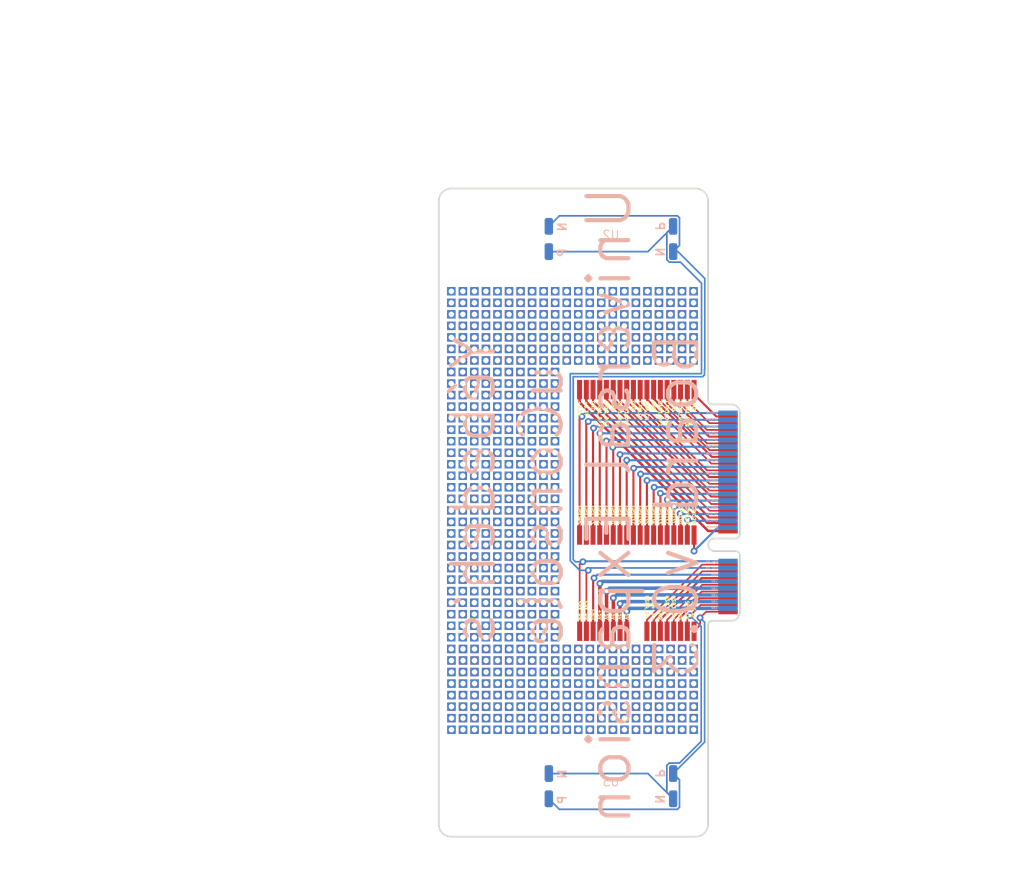
<source format=kicad_pcb>
(kicad_pcb (version 20240108) (generator "pcbnew") (generator_version "8.0")
  (title_block (title "uConsole expansion card template") (date "2024-07-10") (rev "0.1"))
  (layers (0 "F.Cu" signal) (31 "B.Cu" signal) (34 "B.Paste" user) (35 "F.Paste" user) (36 "B.SilkS" user "B.Silkscreen") (37 "F.SilkS" user "F.Silkscreen") (38 "B.Mask" user) (39 "F.Mask" user) (44 "Edge.Cuts" user))
  (net 0 "")
  (net 1 "/SPEAKER_LP")
  (net 2 "/SPEAKER_LN")
  (net 3 "/CAM1_DP3")
  (net 4 "/CAM1_DN3")
  (net 5 "/CAM1_DN2")
  (net 6 "/CAM1_CP")
  (net 7 "/CAM1_CN")
  (net 8 "/CAM1_DP1")
  (net 9 "/CAM1_DN1")
  (net 10 "/CAM1_DP0")
  (net 11 "/CAM1_DN0")
  (net 12 "+5V")
  (net 13 "GND")
  (net 14 "+3V3")
  (net 15 "/GPIO28")
  (net 16 "/GPIO29")
  (net 17 "/GPIO30")
  (net 18 "/GPIO31")
  (net 19 "/GPIO32")
  (net 20 "/GPIO33")
  (net 21 "/GPIO34")
  (net 22 "/GPIO35")
  (net 23 "/GPIO36")
  (net 24 "/GPIO37")
  (net 25 "/GPIO38")
  (net 26 "/GPIO39")
  (net 27 "/GPIO40")
  (net 28 "/GPIO41")
  (net 29 "/GPIO42")
  (net 30 "/GPIO43")
  (net 31 "/GPIO44")
  (net 32 "/GPIO45")
  (net 33 "/USB4_D+")
  (net 34 "/USB4_D-")
  (net 35 "/USB3_D-")
  (net 36 "/SPEAKER_RN")
  (net 37 "/CAM1_DP2")
  (net 38 "/SPEAKER_RP")
  (net 39 "/USB3_D+")
  (footprint "" (layer "F.Cu") (at 111.017 73.711)
    (property "Reference" "")
    (property "Value" "")
  )
  (footprint "" (layer "F.Cu") (at 86.357 81.931)
    (property "Reference" "")
    (property "Value" "")
  )
  (footprint "" (layer "F.Cu") (at 93.19 90.15)
    (property "Reference" "")
    (property "Value" "")
  )
  (footprint "" (layer "F.Cu") (at 94.59 118.94)
    (property "Reference" "")
    (property "Value" "")
  )
  (footprint "" (layer "F.Cu") (at 93.19 114.81)
    (property "Reference" "")
    (property "Value" "")
  )
  (footprint "" (layer "F.Cu") (at 95.93 97)
    (property "Reference" "")
    (property "Value" "")
  )
  (footprint "" (layer "F.Cu") (at 94.59 116.2)
    (property "Reference" "")
    (property "Value" "")
  )
  (footprint "" (layer "F.Cu") (at 104.167 80.561)
    (property "Reference" "")
    (property "Value" "")
  )
  (footprint "" (layer "F.Cu") (at 90.48 121.68)
    (property "Reference" "")
    (property "Value" "")
  )
  (footprint "" (layer "F.Cu") (at 90.45 114.81)
    (property "Reference" "")
    (property "Value" "")
  )
  (footprint "" (layer "F.Cu") (at 83.63 117.57)
    (property "Reference" "")
    (property "Value" "")
  )
  (footprint "" (layer "F.Cu") (at 84.97 97)
    (property "Reference" "")
    (property "Value" "")
  )
  (footprint "" (layer "F.Cu") (at 94.59 117.57)
    (property "Reference" "")
    (property "Value" "")
  )
  (footprint "" (layer "F.Cu") (at 98.7 125.79)
    (property "Reference" "")
    (property "Value" "")
  )
  (footprint "" (layer "F.Cu") (at 94.56 99.74)
    (property "Reference" "")
    (property "Value" "")
  )
  (footprint "" (layer "F.Cu") (at 109.647 73.711)
    (property "Reference" "")
    (property "Value" "")
  )
  (footprint "" (layer "F.Cu") (at 91.85 120.31)
    (property "Reference" "")
    (property "Value" "")
  )
  (footprint "" (layer "F.Cu") (at 84.987 75.081)
    (property "Reference" "")
    (property "Value" "")
  )
  (footprint "" (layer "F.Cu") (at 84.97 113.44)
    (property "Reference" "")
    (property "Value" "")
  )
  (footprint "" (layer "F.Cu") (at 101.44 117.57)
    (property "Reference" "")
    (property "Value" "")
  )
  (footprint "" (layer "F.Cu") (at 105.537 73.711)
    (property "Reference" "")
    (property "Value" "")
  )
  (footprint "" (layer "F.Cu") (at 83.6 97)
    (property "Reference" "")
    (property "Value" "")
  )
  (footprint "" (layer "F.Cu") (at 100.446 85.395 -90)
    (property "Reference" "" (hide yes))
    (property "Value" "")
  )
  (footprint "" (layer "F.Cu") (at 108.446 85.395 -90)
    (property "Reference" "" (hide yes))
    (property "Value" "")
  )
  (footprint "" (layer "F.Cu") (at 87.727 73.711)
    (property "Reference" "")
    (property "Value" "")
  )
  (footprint "" (layer "F.Cu") (at 84.97 114.81)
    (property "Reference" "")
    (property "Value" "")
  )
  (footprint "" (layer "F.Cu") (at 89.08 99.74)
    (property "Reference" "")
    (property "Value" "")
  )
  (footprint "" (layer "F.Cu") (at 93.19 88.78)
    (property "Reference" "")
    (property "Value" "")
  )
  (footprint "" (layer "F.Cu") (at 100.07 118.94)
    (property "Reference" "")
    (property "Value" "")
  )
  (footprint "" (layer "F.Cu") (at 90.467 75.081)
    (property "Reference" "")
    (property "Value" "")
  )
  (footprint "" (layer "F.Cu") (at 104.18 124.42)
    (property "Reference" "")
    (property "Value" "")
  )
  (footprint "" (layer "F.Cu") (at 108.277 76.451)
    (property "Reference" "")
    (property "Value" "")
  )
  (footprint "" (layer "F.Cu") (at 100.057 73.711)
    (property "Reference" "")
    (property "Value" "")
  )
  (footprint "" (layer "F.Cu") (at 94.56 101.11)
    (property "Reference" "")
    (property "Value" "")
  )
  (footprint "" (layer "F.Cu") (at 83.617 75.081)
    (property "Reference" "")
    (property "Value" "")
  )
  (footprint "" (layer "F.Cu") (at 94.56 90.15)
    (property "Reference" "")
    (property "Value" "")
  )
  (footprint "" (layer "F.Cu") (at 89.11 121.68)
    (property "Reference" "")
    (property "Value" "")
  )
  (footprint "" (layer "F.Cu") (at 102.846 85.395 -90)
    (property "Reference" "" (hide yes))
    (property "Value" "")
  )
  (footprint "" (layer "F.Cu") (at 91.82 95.63)
    (property "Reference" "")
    (property "Value" "")
  )
  (footprint "" (layer "F.Cu") (at 105.537 79.191)
    (property "Reference" "")
    (property "Value" "")
  )
  (footprint "" (layer "F.Cu") (at 91.82 102.48)
    (property "Reference" "")
    (property "Value" "")
  )
  (footprint "" (layer "F.Cu") (at 87.71 97)
    (property "Reference" "")
    (property "Value" "")
  )
  (footprint "" (layer "F.Cu") (at 105.55 118.94)
    (property "Reference" "")
    (property "Value" "")
  )
  (footprint "" (layer "F.Cu") (at 90.45 84.67)
    (property "Reference" "")
    (property "Value" "")
  )
  (footprint "" (layer "F.Cu") (at 102.81 120.31)
    (property "Reference" "")
    (property "Value" "")
  )
  (footprint "" (layer "F.Cu") (at 86.37 120.31)
    (property "Reference" "")
    (property "Value" "")
  )
  (footprint "" (layer "F.Cu") (at 104.167 81.931)
    (property "Reference" "")
    (property "Value" "")
  )
  (footprint "" (layer "F.Cu") (at 110.846 85.395 -90)
    (property "Reference" "" (hide yes))
    (property "Value" "")
  )
  (footprint "" (layer "F.Cu") (at 83.6 98.37)
    (property "Reference" "")
    (property "Value" "")
  )
  (footprint "" (layer "F.Cu") (at 112.387 80.561)
    (property "Reference" "")
    (property "Value" "")
  )
  (footprint "" (layer "F.Cu") (at 91.837 76.451)
    (property "Reference" "")
    (property "Value" "")
  )
  (footprint "" (layer "F.Cu") (at 84.97 102.48)
    (property "Reference" "")
    (property "Value" "")
  )
  (footprint "" (layer "F.Cu") (at 87.74 125.79)
    (property "Reference" "")
    (property "Value" "")
  )
  (footprint "" (layer "F.Cu") (at 94.56 105.22)
    (property "Reference" "")
    (property "Value" "")
  )
  (footprint "" (layer "F.Cu") (at 86.34 95.63)
    (property "Reference" "")
    (property "Value" "")
  )
  (footprint "" (layer "F.Cu") (at 93.207 79.191)
    (property "Reference" "")
    (property "Value" "")
  )
  (footprint "" (layer "F.Cu") (at 91.837 75.081)
    (property "Reference" "")
    (property "Value" "")
  )
  (footprint "" (layer "F.Cu") (at 105.537 77.821)
    (property "Reference" "")
    (property "Value" "")
  )
  (footprint "" (layer "F.Cu") (at 112.387 73.711)
    (property "Reference" "")
    (property "Value" "")
  )
  (footprint "" (layer "F.Cu") (at 83.6 109.33)
    (property "Reference" "")
    (property "Value" "")
  )
  (footprint "MountingHole:MountingHole_5mm" (layer "F.Cu") (at 89.1288 67.488 90)
    (property "Reference" "H1" (hide yes))
    (property "Value" "MountingHole")
  )
  (footprint "" (layer "F.Cu") (at 86.34 83.3)
    (property "Reference" "")
    (property "Value" "")
  )
  (footprint "" (layer "F.Cu") (at 86.37 117.57)
    (property "Reference" "")
    (property "Value" "")
  )
  (footprint "" (layer "F.Cu") (at 90.467 81.931)
    (property "Reference" "")
    (property "Value" "")
  )
  (footprint "" (layer "F.Cu") (at 83.6 106.59)
    (property "Reference" "")
    (property "Value" "")
  )
  (footprint "" (layer "F.Cu") (at 91.82 107.96)
    (property "Reference" "")
    (property "Value" "")
  )
  (footprint "" (layer "F.Cu") (at 91.82 114.81)
    (property "Reference" "")
    (property "Value" "")
  )
  (footprint "" (layer "F.Cu") (at 93.19 110.7)
    (property "Reference" "")
    (property "Value" "")
  )
  (footprint "" (layer "F.Cu") (at 89.097 73.711)
    (property "Reference" "")
    (property "Value" "")
  )
  (footprint "" (layer "F.Cu") (at 93.19 107.96)
    (property "Reference" "")
    (property "Value" "")
  )
  (footprint "" (layer "F.Cu") (at 91.82 113.44)
    (property "Reference" "")
    (property "Value" "")
  )
  (footprint "" (layer "F.Cu") (at 104.18 121.68)
    (property "Reference" "")
    (property "Value" "")
  )
  (footprint "" (layer "F.Cu") (at 101.44 120.31)
    (property "Reference" "")
    (property "Value" "")
  )
  (footprint "" (layer "F.Cu") (at 112.4 125.79)
    (property "Reference" "")
    (property "Value" "")
  )
  (footprint "" (layer "F.Cu") (at 89.08 84.67)
    (property "Reference" "")
    (property "Value" "")
  )
  (footprint "" (layer "F.Cu") (at 86.34 110.7)
    (property "Reference" "")
    (property "Value" "")
  )
  (footprint "" (layer "F.Cu") (at 83.6 95.63)
    (property "Reference" "")
    (property "Value" "")
  )
  (footprint "" (layer "F.Cu") (at 89.097 75.081)
    (property "Reference" "")
    (property "Value" "")
  )
  (footprint "" (layer "F.Cu") (at 87.71 103.85)
    (property "Reference" "")
    (property "Value" "")
  )
  (footprint "" (layer "F.Cu") (at 108.29 117.57)
    (property "Reference" "")
    (property "Value" "")
  )
  (footprint "" (layer "F.Cu") (at 104.167 79.191)
    (property "Reference" "")
    (property "Value" "")
  )
  (footprint "" (layer "F.Cu") (at 95.93 103.85)
    (property "Reference" "")
    (property "Value" "")
  )
  (footprint "" (layer "F.Cu") (at 109.66 118.94)
    (property "Reference" "")
    (property "Value" "")
  )
  (footprint "" (layer "F.Cu") (at 94.56 112.07)
    (property "Reference" "")
    (property "Value" "")
  )
  (footprint "" (layer "F.Cu") (at 83.63 120.31)
    (property "Reference" "")
    (property "Value" "")
  )
  (footprint "" (layer "F.Cu") (at 95.96 124.42)
    (property "Reference" "")
    (property "Value" "")
  )
  (footprint "" (layer "F.Cu") (at 109.647 81.931)
    (property "Reference" "")
    (property "Value" "")
  )
  (footprint "" (layer "F.Cu") (at 111.03 116.2)
    (property "Reference" "")
    (property "Value" "")
  )
  (footprint "" (layer "F.Cu") (at 84.987 73.711)
    (property "Reference" "")
    (property "Value" "")
  )
  (footprint "" (layer "F.Cu") (at 90.48 120.31)
    (property "Reference" "")
    (property "Value" "")
  )
  (footprint "" (layer "F.Cu") (at 91.82 103.85)
    (property "Reference" "")
    (property "Value" "")
  )
  (footprint "" (layer "F.Cu") (at 110.033 114.097 -90)
    (property "Reference" "")
    (property "Value" "")
  )
  (footprint "" (layer "F.Cu") (at 106.846 114.097 90)
    (property "Reference" "" (hide yes))
    (property "Value" "")
  )
  (footprint "" (layer "F.Cu") (at 106.907 79.191)
    (property "Reference" "")
    (property "Value" "")
  )
  (footprint "" (layer "F.Cu") (at 87.727 75.081)
    (property "Reference" "")
    (property "Value" "")
  )
  (footprint "" (layer "F.Cu") (at 95.93 99.74)
    (property "Reference" "")
    (property "Value" "")
  )
  (footprint "" (layer "F.Cu") (at 93.19 106.59)
    (property "Reference" "")
    (property "Value" "")
  )
  (footprint "" (layer "F.Cu") (at 89.11 117.57)
    (property "Reference" "")
    (property "Value" "")
  )
  (footprint "" (layer "F.Cu") (at 84.97 94.26)
    (property "Reference" "")
    (property "Value" "")
  )
  (footprint "" (layer "F.Cu") (at 110.046 85.395 -90)
    (property "Reference" "" (hide yes))
    (property "Value" "")
  )
  (footprint "" (layer "F.Cu") (at 87.71 87.41)
    (property "Reference" "")
    (property "Value" "")
  )
  (footprint "" (layer "F.Cu") (at 89.097 77.821)
    (property "Reference" "")
    (property "Value" "")
  )
  (footprint "" (layer "F.Cu") (at 102.032 85.395 90)
    (property "Reference" "")
    (property "Value" "")
  )
  (footprint "" (layer "F.Cu") (at 94.577 80.561)
    (property "Reference" "")
    (property "Value" "")
  )
  (footprint "" (layer "F.Cu") (at 87.71 107.96)
    (property "Reference" "")
    (property "Value" "")
  )
  (footprint "" (layer "F.Cu") (at 83.6 107.96)
    (property "Reference" "")
    (property "Value" "")
  )
  (footprint "" (layer "F.Cu") (at 89.11 123.05)
    (property "Reference" "")
    (property "Value" "")
  )
  (footprint "" (layer "F.Cu") (at 95.93 109.33)
    (property "Reference" "")
    (property "Value" "")
  )
  (footprint "" (layer "F.Cu") (at 93.19 102.48)
    (property "Reference" "")
    (property "Value" "")
  )
  (footprint "" (layer "F.Cu") (at 94.56 113.44)
    (property "Reference" "")
    (property "Value" "")
  )
  (footprint "" (layer "F.Cu") (at 90.45 106.59)
    (property "Reference" "")
    (property "Value" "")
  )
  (footprint "" (layer "F.Cu") (at 98.7 117.57)
    (property "Reference" "")
    (property "Value" "")
  )
  (footprint "" (layer "F.Cu") (at 108.446 114.097 90)
    (property "Reference" "" (hide yes))
    (property "Value" "")
  )
  (footprint "" (layer "F.Cu") (at 95.93 95.63)
    (property "Reference" "")
    (property "Value" "")
  )
  (footprint "" (layer "F.Cu") (at 90.45 83.3)
    (property "Reference" "")
    (property "Value" "")
  )
  (footprint "" (layer "F.Cu") (at 112.4 124.42)
    (property "Reference" "")
    (property "Value" "")
  )
  (footprint "" (layer "F.Cu") (at 83.63 121.68)
    (property "Reference" "")
    (property "Value" "")
  )
  (footprint "" (layer "F.Cu") (at 87.71 99.74)
    (property "Reference" "")
    (property "Value" "")
  )
  (footprint "" (layer "F.Cu") (at 84.97 92.89)
    (property "Reference" "")
    (property "Value" "")
  )
  (footprint "" (layer "F.Cu") (at 86.34 87.41)
    (property "Reference" "")
    (property "Value" "")
  )
  (footprint "" (layer "F.Cu") (at 101.427 79.191)
    (property "Reference" "")
    (property "Value" "")
  )
  (footprint "" (layer "F.Cu") (at 94.56 87.41)
    (property "Reference" "")
    (property "Value" "")
  )
  (footprint "" (layer "F.Cu") (at 93.19 97)
    (property "Reference" "")
    (property "Value" "")
  )
  (footprint "" (layer "F.Cu") (at 93.22 116.2)
    (property "Reference" "")
    (property "Value" "")
  )
  (footprint "" (layer "F.Cu") (at 95.93 84.67)
    (property "Reference" "")
    (property "Value" "")
  )
  (footprint "" (layer "F.Cu") (at 83.6 83.3)
    (property "Reference" "")
    (property "Value" "")
  )
  (footprint "" (layer "F.Cu") (at 111.017 79.191)
    (property "Reference" "")
    (property "Value" "")
  )
  (footprint "" (layer "F.Cu") (at 98.687 75.081)
    (property "Reference" "")
    (property "Value" "")
  )
  (footprint "" (layer "F.Cu") (at 86.34 97)
    (property "Reference" "")
    (property "Value" "")
  )
  (footprint "" (layer "F.Cu") (at 86.34 92.89)
    (property "Reference" "")
    (property "Value" "")
  )
  (footprint "" (layer "F.Cu") (at 91.82 98.37)
    (property "Reference" "")
    (property "Value" "")
  )
  (footprint "" (layer "F.Cu") (at 93.19 113.44)
    (property "Reference" "")
    (property "Value" "")
  )
  (footprint "" (layer "F.Cu") (at 91.82 88.78)
    (property "Reference" "")
    (property "Value" "")
  )
  (footprint "" (layer "F.Cu") (at 94.56 107.96)
    (property "Reference" "")
    (property "Value" "")
  )
  (footprint "" (layer "F.Cu") (at 100.07 125.79)
    (property "Reference" "")
    (property "Value" "")
  )
  (footprint "" (layer "F.Cu") (at 90.45 103.85)
    (property "Reference" "")
    (property "Value" "")
  )
  (footprint "" (layer "F.Cu") (at 87.727 76.451)
    (property "Reference" "")
    (property "Value" "")
  )
  (footprint "" (layer "F.Cu") (at 91.82 87.41)
    (property "Reference" "")
    (property "Value" "")
  )
  (footprint "" (layer "F.Cu") (at 83.63 118.94)
    (property "Reference" "")
    (property "Value" "")
  )
  (footprint "" (layer "F.Cu") (at 94.56 91.52)
    (property "Reference" "")
    (property "Value" "")
  )
  (footprint "" (layer "F.Cu") (at 109.66 125.79)
    (property "Reference" "")
    (property "Value" "")
  )
  (footprint "" (layer "F.Cu") (at 87.71 102.48)
    (property "Reference" "")
    (property "Value" "")
  )
  (footprint "" (layer "F.Cu") (at 100.057 80.561)
    (property "Reference" "")
    (property "Value" "")
  )
  (footprint "" (layer "F.Cu") (at 87.727 80.561)
    (property "Reference" "")
    (property "Value" "")
  )
  (footprint "" (layer "F.Cu") (at 105.246 85.395 -90)
    (property "Reference" "" (hide yes))
    (property "Value" "")
  )
  (footprint "" (layer "F.Cu") (at 111.03 120.31)
    (property "Reference" "")
    (property "Value" "")
  )
  (footprint "" (layer "F.Cu") (at 84.97 106.59)
    (property "Reference" "")
    (property "Value" "")
  )
  (footprint "" (layer "F.Cu") (at 87.71 83.3)
    (property "Reference" "")
    (property "Value" "")
  )
  (footprint "" (layer "F.Cu") (at 84.987 79.191)
    (property "Reference" "")
    (property "Value" "")
  )
  (footprint "" (layer "F.Cu") (at 95.93 110.7)
    (property "Reference" "")
    (property "Value" "")
  )
  (footprint "" (layer "F.Cu") (at 112.387 79.191)
    (property "Reference" "")
    (property "Value" "")
  )
  (footprint "" (layer "F.Cu") (at 89.08 92.89)
    (property "Reference" "")
    (property "Value" "")
  )
  (footprint "" (layer "F.Cu") (at 106.92 120.31)
    (property "Reference" "")
    (property "Value" "")
  )
  (footprint "" (layer "F.Cu") (at 94.577 81.931)
    (property "Reference" "")
    (property "Value" "")
  )
  (footprint "" (layer "F.Cu") (at 93.19 105.22)
    (property "Reference" "")
    (property "Value" "")
  )
  (footprint "" (layer "F.Cu") (at 86.37 116.2)
    (property "Reference" "")
    (property "Value" "")
  )
  (footprint "" (layer "F.Cu") (at 83.6 99.74)
    (property "Reference" "")
    (property "Value" "")
  )
  (footprint "" (layer "F.Cu") (at 87.71 92.89)
    (property "Reference" "")
    (property "Value" "")
  )
  (footprint "" (layer "F.Cu") (at 90.467 77.821)
    (property "Reference" "")
    (property "Value" "")
  )
  (footprint "" (layer "F.Cu") (at 84.97 83.3)
    (property "Reference" "")
    (property "Value" "")
  )
  (footprint "" (layer "F.Cu") (at 108.29 123.05)
    (property "Reference" "")
    (property "Value" "")
  )
  (footprint "" (layer "F.Cu") (at 93.19 91.52)
    (property "Reference" "")
    (property "Value" "")
  )
  (footprint "" (layer "F.Cu") (at 102.797 76.451)
    (property "Reference" "")
    (property "Value" "")
  )
  (footprint "" (layer "F.Cu") (at 104.18 120.31)
    (property "Reference" "")
    (property "Value" "")
  )
  (footprint "" (layer "F.Cu") (at 86.34 109.33)
    (property "Reference" "")
    (property "Value" "")
  )
  (footprint "" (layer "F.Cu") (at 83.6 84.67)
    (property "Reference" "")
    (property "Value" "")
  )
  (footprint "" (layer "F.Cu") (at 112.387 76.451)
    (property "Reference" "")
    (property "Value" "")
  )
  (footprint "" (layer "F.Cu") (at 83.6 87.41)
    (property "Reference" "")
    (property "Value" "")
  )
  (footprint "" (layer "F.Cu") (at 109.647 79.191)
    (property "Reference" "")
    (property "Value" "")
  )
  (footprint "" (layer "F.Cu") (at 94.59 124.42)
    (property "Reference" "")
    (property "Value" "")
  )
  (footprint "" (layer "F.Cu") (at 101.44 116.2)
    (property "Reference" "")
    (property "Value" "")
  )
  (footprint "" (layer "F.Cu") (at 86.34 101.11)
    (property "Reference" "")
    (property "Value" "")
  )
  (footprint "" (layer "F.Cu") (at 104.167 76.451)
    (property "Reference" "")
    (property "Value" "")
  )
  (footprint "" (layer "F.Cu") (at 90.45 99.74)
    (property "Reference" "")
    (property "Value" "")
  )
  (footprint "" (layer "F.Cu") (at 106.92 123.05)
    (property "Reference" "")
    (property "Value" "")
  )
  (footprint "" (layer "F.Cu") (at 105.55 117.57)
    (property "Reference" "")
    (property "Value" "")
  )
  (footprint "" (layer "F.Cu") (at 95.947 76.451)
    (property "Reference" "")
    (property "Value" "")
  )
  (footprint "" (layer "F.Cu") (at 84.97 103.85)
    (property "Reference" "")
    (property "Value" "")
  )
  (footprint "" (layer "F.Cu") (at 90.45 112.07)
    (property "Reference" "")
    (property "Value" "")
  )
  (footprint "" (layer "F.Cu") (at 97.317 80.561)
    (property "Reference" "")
    (property "Value" "")
  )
  (footprint "" (layer "F.Cu") (at 91.85 118.94)
    (property "Reference" "")
    (property "Value" "")
  )
  (footprint "" (layer "F.Cu") (at 112.446 114.097 90)
    (property "Reference" "" (hide yes))
    (property "Value" "")
  )
  (footprint "" (layer "F.Cu") (at 91.837 73.711)
    (property "Reference" "")
    (property "Value" "")
  )
  (footprint "" (layer "F.Cu") (at 84.987 81.931)
    (property "Reference" "")
    (property "Value" "")
  )
  (footprint "" (layer "F.Cu") (at 102.81 125.79)
    (property "Reference" "")
    (property "Value" "")
  )
  (footprint "" (layer "F.Cu") (at 104.18 118.94)
    (property "Reference" "")
    (property "Value" "")
  )
  (footprint "" (layer "F.Cu") (at 93.207 80.561)
    (property "Reference" "")
    (property "Value" "")
  )
  (footprint "" (layer "F.Cu") (at 101.427 80.561)
    (property "Reference" "")
    (property "Value" "")
  )
  (footprint "" (layer "F.Cu") (at 101.427 77.821)
    (property "Reference" "")
    (property "Value" "")
  )
  (footprint "" (layer "F.Cu") (at 104.18 123.05)
    (property "Reference" "")
    (property "Value" "")
  )
  (footprint "" (layer "F.Cu") (at 86.34 94.26)
    (property "Reference" "")
    (property "Value" "")
  )
  (footprint "" (layer "F.Cu") (at 112.4 118.94)
    (property "Reference" "")
    (property "Value" "")
  )
  (footprint "" (layer "F.Cu") (at 94.56 106.59)
    (property "Reference" "")
    (property "Value" "")
  )
  (footprint "" (layer "F.Cu") (at 84.987 80.561)
    (property "Reference" "")
    (property "Value" "")
  )
  (footprint "" (layer "F.Cu") (at 111.017 80.561)
    (property "Reference" "")
    (property "Value" "")
  )
  (footprint "" (layer "F.Cu") (at 90.48 117.57)
    (property "Reference" "")
    (property "Value" "")
  )
  (footprint "" (layer "F.Cu") (at 87.74 117.57)
    (property "Reference" "")
    (property "Value" "")
  )
  (footprint "" (layer "F.Cu") (at 94.56 94.26)
    (property "Reference" "")
    (property "Value" "")
  )
  (footprint "" (layer "F.Cu") (at 106.907 75.081)
    (property "Reference" "")
    (property "Value" "")
  )
  (footprint "" (layer "F.Cu") (at 100.057 79.191)
    (property "Reference" "")
    (property "Value" "")
  )
  (footprint "" (layer "F.Cu") (at 94.577 75.081)
    (property "Reference" "")
    (property "Value" "")
  )
  (footprint "" (layer "F.Cu") (at 90.45 94.26)
    (property "Reference" "")
    (property "Value" "")
  )
  (footprint "" (layer "F.Cu") (at 105.537 75.081)
    (property "Reference" "")
    (property "Value" "")
  )
  (footprint "" (layer "F.Cu") (at 93.22 123.05)
    (property "Reference" "")
    (property "Value" "")
  )
  (footprint "" (layer "F.Cu") (at 94.577 79.191)
    (property "Reference" "")
    (property "Value" "")
  )
  (footprint "" (layer "F.Cu") (at 87.74 124.42)
    (property "Reference" "")
    (property "Value" "")
  )
  (footprint "" (layer "F.Cu") (at 89.08 105.22)
    (property "Reference" "")
    (property "Value" "")
  )
  (footprint "" (layer "F.Cu") (at 94.59 125.79)
    (property "Reference" "")
    (property "Value" "")
  )
  (footprint "" (layer "F.Cu") (at 105.55 125.79)
    (property "Reference" "")
    (property "Value" "")
  )
  (footprint "" (layer "F.Cu") (at 93.22 121.68)
    (property "Reference" "")
    (property "Value" "")
  )
  (footprint "" (layer "F.Cu") (at 95.93 113.44)
    (property "Reference" "")
    (property "Value" "")
  )
  (footprint "" (layer "F.Cu") (at 97.317 77.821)
    (property "Reference" "")
    (property "Value" "")
  )
  (footprint "" (layer "F.Cu") (at 83.6 103.85)
    (property "Reference" "")
    (property "Value" "")
  )
  (footprint "" (layer "F.Cu") (at 95.93 98.37)
    (property "Reference" "")
    (property "Value" "")
  )
  (footprint "" (layer "F.Cu") (at 87.71 91.52)
    (property "Reference" "")
    (property "Value" "")
  )
  (footprint "" (layer "F.Cu") (at 90.45 91.52)
    (property "Reference" "")
    (property "Value" "")
  )
  (footprint "" (layer "F.Cu") (at 91.82 101.11)
    (property "Reference" "")
    (property "Value" "")
  )
  (footprint "" (layer "F.Cu") (at 103.646 85.395 -90)
    (property "Reference" "" (hide yes))
    (property "Value" "")
  )
  (footprint "" (layer "F.Cu") (at 100.07 123.05)
    (property "Reference" "")
    (property "Value" "")
  )
  (footprint "" (layer "F.Cu") (at 101.44 121.68)
    (property "Reference" "")
    (property "Value" "")
  )
  (footprint "" (layer "F.Cu") (at 85 123.05)
    (property "Reference" "")
    (property "Value" "")
  )
  (footprint "" (layer "F.Cu") (at 95.93 114.81)
    (property "Reference" "")
    (property "Value" "")
  )
  (footprint "" (layer "F.Cu") (at 98.687 80.561)
    (property "Reference" "")
    (property "Value" "")
  )
  (footprint "" (layer "F.Cu") (at 90.45 97)
    (property "Reference" "")
    (property "Value" "")
  )
  (footprint "" (layer "F.Cu") (at 95.93 102.48)
    (property "Reference" "")
    (property "Value" "")
  )
  (footprint "" (layer "F.Cu") (at 84.97 86.04)
    (property "Reference" "")
    (property "Value" "")
  )
  (footprint "" (layer "F.Cu") (at 106.92 121.68)
    (property "Reference" "")
    (property "Value" "")
  )
  (footprint "" (layer "F.Cu") (at 108.29 125.79)
    (property "Reference" "")
    (property "Value" "")
  )
  (footprint "" (layer "F.Cu") (at 89.08 87.41)
    (property "Reference" "")
    (property "Value" "")
  )
  (footprint "" (layer "F.Cu") (at 106.046 85.395 -90)
    (property "Reference" "" (hide yes))
    (property "Value" "")
  )
  (footprint "" (layer "F.Cu") (at 93.19 98.37)
    (property "Reference" "")
    (property "Value" "")
  )
  (footprint "" (layer "F.Cu") (at 89.11 125.79)
    (property "Reference" "")
    (property "Value" "")
  )
  (footprint "" (layer "F.Cu") (at 89.08 103.85)
    (property "Reference" "")
    (property "Value" "")
  )
  (footprint "" (layer "F.Cu") (at 91.82 84.67)
    (property "Reference" "")
    (property "Value" "")
  )
  (footprint "" (layer "F.Cu") (at 91.82 105.22)
    (property "Reference" "")
    (property "Value" "")
  )
  (footprint "" (layer "F.Cu") (at 94.59 120.31)
    (property "Reference" "")
    (property "Value" "")
  )
  (footprint "" (layer "F.Cu") (at 83.63 123.05)
    (property "Reference" "")
    (property "Value" "")
  )
  (footprint "" (layer "F.Cu") (at 112.4 123.05)
    (property "Reference" "")
    (property "Value" "")
  )
  (footprint "" (layer "F.Cu") (at 106.92 117.57)
    (property "Reference" "")
    (property "Value" "")
  )
  (footprint "" (layer "F.Cu") (at 89.097 79.191)
    (property "Reference" "")
    (property "Value" "")
  )
  (footprint "" (layer "F.Cu") (at 105.537 76.451)
    (property "Reference" "")
    (property "Value" "")
  )
  (footprint "" (layer "F.Cu") (at 86.34 99.74)
    (property "Reference" "")
    (property "Value" "")
  )
  (footprint "" (layer "F.Cu") (at 97.33 120.31)
    (property "Reference" "")
    (property "Value" "")
  )
  (footprint "" (layer "F.Cu") (at 91.82 92.89)
    (property "Reference" "")
    (property "Value" "")
  )
  (footprint "" (layer "F.Cu") (at 106.907 81.931)
    (property "Reference" "")
    (property "Value" "")
  )
  (footprint "" (layer "F.Cu") (at 95.93 94.26)
    (property "Reference" "")
    (property "Value" "")
  )
  (footprint "" (layer "F.Cu") (at 108.277 79.191)
    (property "Reference" "")
    (property "Value" "")
  )
  (footprint "" (layer "F.Cu") (at 90.467 76.451)
    (property "Reference" "")
    (property "Value" "")
  )
  (footprint "" (layer "F.Cu") (at 86.34 105.22)
    (property "Reference" "")
    (property "Value" "")
  )
  (footprint "" (layer "F.Cu") (at 90.45 101.11)
    (property "Reference" "")
    (property "Value" "")
  )
  (footprint "" (layer "F.Cu") (at 109.246 114.097 90)
    (property "Reference" "" (hide yes))
    (property "Value" "")
  )
  (footprint "" (layer "F.Cu") (at 102.81 124.42)
    (property "Reference" "")
    (property "Value" "")
  )
  (footprint "" (layer "F.Cu") (at 91.82 91.52)
    (property "Reference" "")
    (property "Value" "")
  )
  (footprint "" (layer "F.Cu") (at 91.837 79.191)
    (property "Reference" "")
    (property "Value" "")
  )
  (footprint "" (layer "F.Cu") (at 93.19 95.63)
    (property "Reference" "")
    (property "Value" "")
  )
  (footprint "" (layer "F.Cu") (at 97.33 117.57)
    (property "Reference" "")
    (property "Value" "")
  )
  (footprint "" (layer "F.Cu") (at 90.45 110.7)
    (property "Reference" "")
    (property "Value" "")
  )
  (footprint "" (layer "F.Cu") (at 84.97 110.7)
    (property "Reference" "")
    (property "Value" "")
  )
  (footprint "" (layer "F.Cu") (at 89.11 116.2)
    (property "Reference" "")
    (property "Value" "")
  )
  (footprint "" (layer "F.Cu") (at 91.837 77.821)
    (property "Reference" "")
    (property "Value" "")
  )
  (footprint "" (layer "F.Cu") (at 86.34 88.78)
    (property "Reference" "")
    (property "Value" "")
  )
  (footprint "" (layer "F.Cu") (at 97.33 124.42)
    (property "Reference" "")
    (property "Value" "")
  )
  (footprint "" (layer "F.Cu") (at 89.08 83.3)
    (property "Reference" "")
    (property "Value" "")
  )
  (footprint "" (layer "F.Cu") (at 94.56 109.33)
    (property "Reference" "")
    (property "Value" "")
  )
  (footprint "" (layer "F.Cu") (at 91.85 117.57)
    (property "Reference" "")
    (property "Value" "")
  )
  (footprint "" (layer "F.Cu") (at 108.29 116.2)
    (property "Reference" "")
    (property "Value" "")
  )
  (footprint "" (layer "F.Cu") (at 108.277 77.821)
    (property "Reference" "")
    (property "Value" "")
  )
  (footprint "" (layer "F.Cu") (at 97.33 125.79)
    (property "Reference" "")
    (property "Value" "")
  )
  (footprint "" (layer "F.Cu") (at 95.96 123.05)
    (property "Reference" "")
    (property "Value" "")
  )
  (footprint "" (layer "F.Cu") (at 109.647 80.561)
    (property "Reference" "")
    (property "Value" "")
  )
  (footprint "" (layer "F.Cu") (at 87.727 81.931)
    (property "Reference" "")
    (property "Value" "")
  )
  (footprint "" (layer "F.Cu") (at 90.467 73.711)
    (property "Reference" "")
    (property "Value" "")
  )
  (footprint "" (layer "F.Cu") (at 95.96 118.94)
    (property "Reference" "")
    (property "Value" "")
  )
  (footprint "" (layer "F.Cu") (at 94.56 98.37)
    (property "Reference" "")
    (property "Value" "")
  )
  (footprint "" (layer "F.Cu") (at 93.207 77.821)
    (property "Reference" "")
    (property "Value" "")
  )
  (footprint "" (layer "F.Cu") (at 100.057 76.451)
    (property "Reference" "")
    (property "Value" "")
  )
  (footprint "" (layer "F.Cu") (at 90.48 124.42)
    (property "Reference" "")
    (property "Value" "")
  )
  (footprint "" (layer "F.Cu") (at 111.017 81.931)
    (property "Reference" "")
    (property "Value" "")
  )
  (footprint "" (layer "F.Cu") (at 112.4 121.68)
    (property "Reference" "")
    (property "Value" "")
  )
  (footprint "" (layer "F.Cu") (at 97.317 73.711)
    (property "Reference" "")
    (property "Value" "")
  )
  (footprint "" (layer "F.Cu") (at 83.6 113.44)
    (property "Reference" "")
    (property "Value" "")
  )
  (footprint "" (layer "F.Cu") (at 109.647 77.821)
    (property "Reference" "")
    (property "Value" "")
  )
  (footprint "" (layer "F.Cu") (at 87.74 120.31)
    (property "Reference" "")
    (property "Value" "")
  )
  (footprint "" (layer "F.Cu") (at 89.08 94.26)
    (property "Reference" "")
    (property "Value" "")
  )
  (footprint "" (layer "F.Cu") (at 87.74 116.2)
    (property "Reference" "")
    (property "Value" "")
  )
  (footprint "" (layer "F.Cu") (at 97.33 123.05)
    (property "Reference" "")
    (property "Value" "")
  )
  (footprint "" (layer "F.Cu") (at 104.167 73.711)
    (property "Reference" "")
    (property "Value" "")
  )
  (footprint "" (layer "F.Cu") (at 112.4 116.2)
    (property "Reference" "")
    (property "Value" "")
  )
  (footprint "" (layer "F.Cu") (at 112.4 117.57)
    (property "Reference" "")
    (property "Value" "")
  )
  (footprint "" (layer "F.Cu") (at 91.82 109.33)
    (property "Reference" "")
    (property "Value" "")
  )
  (footprint "" (layer "F.Cu") (at 111.646 85.395 -90)
    (property "Reference" "" (hide yes))
    (property "Value" "")
  )
  (footprint "" (layer "F.Cu") (at 107.646 114.097 90)
    (property "Reference" "" (hide yes))
    (property "Value" "")
  )
  (footprint "" (layer "F.Cu") (at 111.017 76.451)
    (property "Reference" "")
    (property "Value" "")
  )
  (footprint "" (layer "F.Cu") (at 106.907 73.711)
    (property "Reference" "")
    (property "Value" "")
  )
  (footprint "" (layer "F.Cu") (at 93.19 109.33)
    (property "Reference" "")
    (property "Value" "")
  )
  (footprint "" (layer "F.Cu") (at 86.34 98.37)
    (property "Reference" "")
    (property "Value" "")
  )
  (footprint "" (layer "F.Cu") (at 94.56 83.3)
    (property "Reference" "")
    (property "Value" "")
  )
  (footprint "" (layer "F.Cu") (at 109.66 124.42)
    (property "Reference" "")
    (property "Value" "")
  )
  (footprint "" (layer "F.Cu") (at 90.45 86.04)
    (property "Reference" "")
    (property "Value" "")
  )
  (footprint "" (layer "F.Cu") (at 91.82 86.04)
    (property "Reference" "")
    (property "Value" "")
  )
  (footprint "" (layer "F.Cu") (at 109.66 117.57)
    (property "Reference" "")
    (property "Value" "")
  )
  (footprint "" (layer "F.Cu") (at 87.71 84.67)
    (property "Reference" "")
    (property "Value" "")
  )
  (footprint "" (layer "F.Cu") (at 95.93 101.11)
    (property "Reference" "")
    (property "Value" "")
  )
  (footprint "" (layer "F.Cu") (at 89.08 91.52)
    (property "Reference" "")
    (property "Value" "")
  )
  (footprint "" (layer "F.Cu") (at 94.56 95.63)
    (property "Reference" "")
    (property "Value" "")
  )
  (footprint "" (layer "F.Cu") (at 111.017 77.821)
    (property "Reference" "")
    (property "Value" "")
  )
  (footprint "" (layer "F.Cu") (at 91.837 81.931)
    (property "Reference" "")
    (property "Value" "")
  )
  (footprint "" (layer "F.Cu") (at 95.93 112.07)
    (property "Reference" "")
    (property "Value" "")
  )
  (footprint "" (layer "F.Cu") (at 86.357 79.191)
    (property "Reference" "")
    (property "Value" "")
  )
  (footprint "" (layer "F.Cu") (at 83.617 73.711)
    (property "Reference" "")
    (property "Value" "")
  )
  (footprint "" (layer "F.Cu") (at 102.797 81.931)
    (property "Reference" "")
    (property "Value" "")
  )
  (footprint "" (layer "F.Cu") (at 95.93 91.52)
    (property "Reference" "")
    (property "Value" "")
  )
  (footprint "" (layer "F.Cu") (at 93.22 120.31)
    (property "Reference" "")
    (property "Value" "")
  )
  (footprint "" (layer "F.Cu") (at 87.71 112.07)
    (property "Reference" "")
    (property "Value" "")
  )
  (footprint "" (layer "F.Cu") (at 87.727 77.821)
    (property "Reference" "")
    (property "Value" "")
  )
  (footprint "" (layer "F.Cu") (at 95.93 105.22)
    (property "Reference" "")
    (property "Value" "")
  )
  (footprint "" (layer "F.Cu") (at 102.81 117.57)
    (property "Reference" "")
    (property "Value" "")
  )
  (footprint "" (layer "F.Cu") (at 105.55 121.68)
    (property "Reference" "")
    (property "Value" "")
  )
  (footprint "" (layer "F.Cu") (at 98.846 85.395 -90)
    (property "Reference" "" (hide yes))
    (property "Value" "")
  )
  (footprint "" (layer "F.Cu") (at 102.797 80.561)
    (property "Reference" "")
    (property "Value" "")
  )
  (footprint "" (layer "F.Cu") (at 86.34 84.67)
    (property "Reference" "")
    (property "Value" "")
  )
  (footprint "" (layer "F.Cu") (at 83.617 79.191)
    (property "Reference" "")
    (property "Value" "")
  )
  (footprint "" (layer "F.Cu") (at 89.097 81.931)
    (property "Reference" "")
    (property "Value" "")
  )
  (footprint "" (layer "F.Cu") (at 94.56 114.81)
    (property "Reference" "")
    (property "Value" "")
  )
  (footprint "" (layer "F.Cu") (at 111.017 75.081)
    (property "Reference" "")
    (property "Value" "")
  )
  (footprint "" (layer "F.Cu") (at 95.96 120.31)
    (property "Reference" "")
    (property "Value" "")
  )
  (footprint "" (layer "F.Cu") (at 83.6 88.78)
    (property "Reference" "")
    (property "Value" "")
  )
  (footprint "" (layer "F.Cu") (at 83.6 90.15)
    (property "Reference" "")
    (property "Value" "")
  )
  (footprint "" (layer "F.Cu") (at 90.48 125.79)
    (property "Reference" "")
    (property "Value" "")
  )
  (footprint "" (layer "F.Cu") (at 93.207 76.451)
    (property "Reference" "")
    (property "Value" "")
  )
  (footprint "" (layer "F.Cu") (at 98.7 118.94)
    (property "Reference" "")
    (property "Value" "")
  )
  (footprint "" (layer "F.Cu") (at 94.59 123.05)
    (property "Reference" "")
    (property "Value" "")
  )
  (footprint "" (layer "F.Cu") (at 86.34 112.07)
    (property "Reference" "")
    (property "Value" "")
  )
  (footprint "" (layer "F.Cu") (at 83.617 81.931)
    (property "Reference" "")
    (property "Value" "")
  )
  (footprint "" (layer "F.Cu") (at 85 117.57)
    (property "Reference" "")
    (property "Value" "")
  )
  (footprint "" (layer "F.Cu") (at 85 124.42)
    (property "Reference" "")
    (property "Value" "")
  )
  (footprint "" (layer "F.Cu") (at 83.6 102.48)
    (property "Reference" "")
    (property "Value" "")
  )
  (footprint "" (layer "F.Cu") (at 89.08 107.96)
    (property "Reference" "")
    (property "Value" "")
  )
  (footprint "" (layer "F.Cu") (at 83.6 86.04)
    (property "Reference" "")
    (property "Value" "")
  )
  (footprint "" (layer "F.Cu") (at 95.947 73.711)
    (property "Reference" "")
    (property "Value" "")
  )
  (footprint "" (layer "F.Cu") (at 89.08 109.33)
    (property "Reference" "")
    (property "Value" "")
  )
  (footprint "" (layer "F.Cu") (at 110.846 114.097 90)
    (property "Reference" "" (hide yes))
    (property "Value" "")
  )
  (footprint "" (layer "F.Cu") (at 98.7 116.2)
    (property "Reference" "")
    (property "Value" "")
  )
  (footprint "" (layer "F.Cu") (at 94.577 77.821)
    (property "Reference" "")
    (property "Value" "")
  )
  (footprint "" (layer "F.Cu") (at 89.08 112.07)
    (property "Reference" "")
    (property "Value" "")
  )
  (footprint "" (layer "F.Cu") (at 89.11 120.31)
    (property "Reference" "")
    (property "Value" "")
  )
  (footprint "" (layer "F.Cu") (at 112.446 85.395 -90)
    (property "Reference" "" (hide yes))
    (property "Value" "")
  )
  (footprint "" (layer "F.Cu") (at 84.987 76.451)
    (property "Reference" "")
    (property "Value" "")
  )
  (footprint "" (layer "F.Cu") (at 95.93 106.59)
    (property "Reference" "")
    (property "Value" "")
  )
  (footprint "" (layer "F.Cu") (at 85 116.2)
    (property "Reference" "")
    (property "Value" "")
  )
  (footprint "" (layer "F.Cu") (at 86.34 106.59)
    (property "Reference" "")
    (property "Value" "")
  )
  (footprint "" (layer "F.Cu") (at 100.07 117.57)
    (property "Reference" "")
    (property "Value" "")
  )
  (footprint "" (layer "F.Cu") (at 109.246 85.395 -90)
    (property "Reference" "" (hide yes))
    (property "Value" "")
  )
  (footprint "" (layer "F.Cu") (at 84.97 87.41)
    (property "Reference" "")
    (property "Value" "")
  )
  (footprint "" (layer "F.Cu") (at 91.82 97)
    (property "Reference" "")
    (property "Value" "")
  )
  (footprint "" (layer "F.Cu") (at 93.207 73.711)
    (property "Reference" "")
    (property "Value" "")
  )
  (footprint "" (layer "F.Cu") (at 86.34 86.04)
    (property "Reference" "")
    (property "Value" "")
  )
  (footprint "" (layer "F.Cu") (at 107.646 85.395 -90)
    (property "Reference" "" (hide yes))
    (property "Value" "")
  )
  (footprint "" (layer "F.Cu") (at 97.317 75.081)
    (property "Reference" "")
    (property "Value" "")
  )
  (footprint "" (layer "F.Cu") (at 87.71 86.04)
    (property "Reference" "")
    (property "Value" "")
  )
  (footprint "" (layer "F.Cu") (at 86.34 91.52)
    (property "Reference" "")
    (property "Value" "")
  )
  (footprint "" (layer "F.Cu") (at 95.96 121.68)
    (property "Reference" "")
    (property "Value" "")
  )
  (footprint "" (layer "F.Cu") (at 108.277 73.711)
    (property "Reference" "")
    (property "Value" "")
  )
  (footprint "" (layer "F.Cu") (at 106.92 118.94)
    (property "Reference" "")
    (property "Value" "")
  )
  (footprint "" (layer "F.Cu") (at 90.45 113.44)
    (property "Reference" "")
    (property "Value" "")
  )
  (footprint "" (layer "F.Cu") (at 93.19 103.85)
    (property "Reference" "")
    (property "Value" "")
  )
  (footprint "" (layer "F.Cu") (at 90.45 105.22)
    (property "Reference" "")
    (property "Value" "")
  )
  (footprint "" (layer "F.Cu") (at 89.08 95.63)
    (property "Reference" "")
    (property "Value" "")
  )
  (footprint "" (layer "F.Cu") (at 90.48 116.2)
    (property "Reference" "")
    (property "Value" "")
  )
  (footprint "" (layer "F.Cu") (at 84.97 88.78)
    (property "Reference" "")
    (property "Value" "")
  )
  (footprint "" (layer "F.Cu") (at 108.277 75.081)
    (property "Reference" "")
    (property "Value" "")
  )
  (footprint "" (layer "F.Cu") (at 84.97 98.37)
    (property "Reference" "")
    (property "Value" "")
  )
  (footprint "" (layer "F.Cu") (at 100.07 124.42)
    (property "Reference" "")
    (property "Value" "")
  )
  (footprint "" (layer "F.Cu") (at 109.66 121.68)
    (property "Reference" "")
    (property "Value" "")
  )
  (footprint "" (layer "F.Cu") (at 93.19 101.11)
    (property "Reference" "")
    (property "Value" "")
  )
  (footprint "" (layer "F.Cu") (at 95.947 80.561)
    (property "Reference" "")
    (property "Value" "")
  )
  (footprint "" (layer "F.Cu") (at 93.19 86.04)
    (property "Reference" "")
    (property "Value" "")
  )
  (footprint "" (layer "F.Cu") (at 83.617 76.451)
    (property "Reference" "")
    (property "Value" "")
  )
  (footprint "" (layer "F.Cu") (at 105.55 124.42)
    (property "Reference" "")
    (property "Value" "")
  )
  (footprint "" (layer "F.Cu") (at 89.08 98.37)
    (property "Reference" "")
    (property "Value" "")
  )
  (footprint "" (layer "F.Cu") (at 93.22 124.42)
    (property "Reference" "")
    (property "Value" "")
  )
  (footprint "" (layer "F.Cu") (at 94.56 103.85)
    (property "Reference" "")
    (property "Value" "")
  )
  (footprint "" (layer "F.Cu") (at 84.97 99.74)
    (property "Reference" "")
    (property "Value" "")
  )
  (footprint "" (layer "F.Cu") (at 95.96 125.79)
    (property "Reference" "")
    (property "Value" "")
  )
  (footprint "" (layer "F.Cu") (at 95.93 87.41)
    (property "Reference" "")
    (property "Value" "")
  )
  (footprint "" (layer "F.Cu") (at 111.03 125.79)
    (property "Reference" "")
    (property "Value" "")
  )
  (footprint "" (layer "F.Cu") (at 100.07 121.68)
    (property "Reference" "")
    (property "Value" "")
  )
  (footprint "uconsole:edge-minipcie" (layer "F.Cu") (at 115.99 100)
    (property "Reference" "U1" (hide yes))
    (property "Value" "UC EXPANSION")
  )
  (footprint "" (layer "F.Cu") (at 109.647 76.451)
    (property "Reference" "")
    (property "Value" "")
  )
  (footprint "" (layer "F.Cu") (at 86.34 107.96)
    (property "Reference" "")
    (property "Value" "")
  )
  (footprint "" (layer "F.Cu") (at 100.057 75.081)
    (property "Reference" "")
    (property "Value" "")
  )
  (footprint "" (layer "F.Cu") (at 89.097 80.561)
    (property "Reference" "")
    (property "Value" "")
  )
  (footprint "" (layer "F.Cu") (at 104.18 116.2)
    (property "Reference" "")
    (property "Value" "")
  )
  (footprint "" (layer "F.Cu") (at 91.82 94.26)
    (property "Reference" "")
    (property "Value" "")
  )
  (footprint "" (layer "F.Cu") (at 100.07 120.31)
    (property "Reference" "")
    (property "Value" "")
  )
  (footprint "" (layer "F.Cu") (at 90.45 88.78)
    (property "Reference" "")
    (property "Value" "")
  )
  (footprint "" (layer "F.Cu") (at 86.34 113.44)
    (property "Reference" "")
    (property "Value" "")
  )
  (footprint "" (layer "F.Cu") (at 87.71 110.7)
    (property "Reference" "")
    (property "Value" "")
  )
  (footprint "" (layer "F.Cu") (at 83.6 91.52)
    (property "Reference" "")
    (property "Value" "")
  )
  (footprint "" (layer "F.Cu") (at 101.427 81.931)
    (property "Reference" "")
    (property "Value" "")
  )
  (footprint "" (layer "F.Cu") (at 106.907 76.451)
    (property "Reference" "")
    (property "Value" "")
  )
  (footprint "" (layer "F.Cu") (at 98.7 123.05)
    (property "Reference" "")
    (property "Value" "")
  )
  (footprint "" (layer "F.Cu") (at 84.97 84.67)
    (property "Reference" "")
    (property "Value" "")
  )
  (footprint "" (layer "F.Cu") (at 86.34 114.81)
    (property "Reference" "")
    (property "Value" "")
  )
  (footprint "" (layer "F.Cu") (at 89.08 110.7)
    (property "Reference" "")
    (property "Value" "")
  )
  (footprint "" (layer "F.Cu") (at 104.446 85.395 -90)
    (property "Reference" "" (hide yes))
    (property "Value" "")
  )
  (footprint "" (layer "F.Cu") (at 83.63 124.42)
    (property "Reference" "")
    (property "Value" "")
  )
  (footprint "" (layer "F.Cu") (at 94.56 88.78)
    (property "Reference" "")
    (property "Value" "")
  )
  (footprint "" (layer "F.Cu") (at 89.08 106.59)
    (property "Reference" "")
    (property "Value" "")
  )
  (footprint "" (layer "F.Cu") (at 85 120.31)
    (property "Reference" "")
    (property "Value" "")
  )
  (footprint "" (layer "F.Cu") (at 101.44 118.94)
    (property "Reference" "")
    (property "Value" "")
  )
  (footprint "" (layer "F.Cu") (at 97.317 79.191)
    (property "Reference" "")
    (property "Value" "")
  )
  (footprint "" (layer "F.Cu") (at 84.97 105.22)
    (property "Reference" "")
    (property "Value" "")
  )
  (footprint "" (layer "F.Cu") (at 95.93 107.96)
    (property "Reference" "")
    (property "Value" "")
  )
  (footprint "" (layer "F.Cu") (at 94.56 84.67)
    (property "Reference" "")
    (property "Value" "")
  )
  (footprint "" (layer "F.Cu") (at 105.537 80.561)
    (property "Reference" "")
    (property "Value" "")
  )
  (footprint "" (layer "F.Cu") (at 91.82 83.3)
    (property "Reference" "")
    (property "Value" "")
  )
  (footprint "" (layer "F.Cu") (at 91.82 112.07)
    (property "Reference" "")
    (property "Value" "")
  )
  (footprint "" (layer "F.Cu") (at 102.797 75.081)
    (property "Reference" "")
    (property "Value" "")
  )
  (footprint "" (layer "F.Cu") (at 89.08 97)
    (property "Reference" "")
    (property "Value" "")
  )
  (footprint "" (layer "F.Cu") (at 87.71 114.81)
    (property "Reference" "")
    (property "Value" "")
  )
  (footprint "" (layer "F.Cu") (at 102.81 123.05)
    (property "Reference" "")
    (property "Value" "")
  )
  (footprint "" (layer "F.Cu") (at 98.687 77.821)
    (property "Reference" "")
    (property "Value" "")
  )
  (footprint "" (layer "F.Cu") (at 94.56 86.04)
    (property "Reference" "")
    (property "Value" "")
  )
  (footprint "" (layer "F.Cu") (at 108.29 124.42)
    (property "Reference" "")
    (property "Value" "")
  )
  (footprint "" (layer "F.Cu") (at 109.66 116.2)
    (property "Reference" "")
    (property "Value" "")
  )
  (footprint "" (layer "F.Cu") (at 89.11 124.42)
    (property "Reference" "")
    (property "Value" "")
  )
  (footprint "" (layer "F.Cu") (at 83.6 105.22)
    (property "Reference" "")
    (property "Value" "")
  )
  (footprint "" (layer "F.Cu") (at 90.45 98.37)
    (property "Reference" "")
    (property "Value" "")
  )
  (footprint "" (layer "F.Cu") (at 95.96 116.2)
    (property "Reference" "")
    (property "Value" "")
  )
  (footprint "" (layer "F.Cu") (at 102.797 73.711)
    (property "Reference" "")
    (property "Value" "")
  )
  (footprint "" (layer "F.Cu") (at 94.56 97)
    (property "Reference" "")
    (property "Value" "")
  )
  (footprint "" (layer "F.Cu") (at 108.277 81.931)
    (property "Reference" "")
    (property "Value" "")
  )
  (footprint "" (layer "F.Cu") (at 101.427 73.711)
    (property "Reference" "")
    (property "Value" "")
  )
  (footprint "" (layer "F.Cu") (at 83.6 116.2)
    (property "Reference" "")
    (property "Value" "")
  )
  (footprint "" (layer "F.Cu") (at 90.467 79.191)
    (property "Reference" "")
    (property "Value" "")
  )
  (footprint "" (layer "F.Cu") (at 111.03 123.05)
    (property "Reference" "")
    (property "Value" "")
  )
  (footprint "" (layer "F.Cu") (at 94.56 110.7)
    (property "Reference" "")
    (property "Value" "")
  )
  (footprint "" (layer "F.Cu") (at 85 121.68)
    (property "Reference" "")
    (property "Value" "")
  )
  (footprint "" (layer "F.Cu") (at 111.03 117.57)
    (property "Reference" "")
    (property "Value" "")
  )
  (footprint "" (layer "F.Cu") (at 93.19 92.89)
    (property "Reference" "")
    (property "Value" "")
  )
  (footprint "" (layer "F.Cu") (at 84.97 91.52)
    (property "Reference" "")
    (property "Value" "")
  )
  (footprint "" (layer "F.Cu") (at 95.947 77.821)
    (property "Reference" "")
    (property "Value" "")
  )
  (footprint "" (layer "F.Cu") (at 86.37 125.79)
    (property "Reference" "")
    (property "Value" "")
  )
  (footprint "" (layer "F.Cu") (at 83.6 92.89)
    (property "Reference" "")
    (property "Value" "")
  )
  (footprint "" (layer "F.Cu") (at 84.97 101.11)
    (property "Reference" "")
    (property "Value" "")
  )
  (footprint "" (layer "F.Cu") (at 106.907 80.561)
    (property "Reference" "")
    (property "Value" "")
  )
  (footprint "" (layer "F.Cu") (at 94.59 121.68)
    (property "Reference" "")
    (property "Value" "")
  )
  (footprint "" (layer "F.Cu") (at 93.19 99.74)
    (property "Reference" "")
    (property "Value" "")
  )
  (footprint "" (layer "F.Cu") (at 87.74 118.94)
    (property "Reference" "")
    (property "Value" "")
  )
  (footprint "" (layer "F.Cu") (at 104.167 75.081)
    (property "Reference" "")
    (property "Value" "")
  )
  (footprint "" (layer "F.Cu") (at 86.34 90.15)
    (property "Reference" "")
    (property "Value" "")
  )
  (footprint "" (layer "F.Cu") (at 101.44 123.05)
    (property "Reference" "")
    (property "Value" "")
  )
  (footprint "" (layer "F.Cu") (at 98.687 79.191)
    (property "Reference" "")
    (property "Value" "")
  )
  (footprint "" (layer "F.Cu") (at 105.55 120.31)
    (property "Reference" "")
    (property "Value" "")
  )
  (footprint "" (layer "F.Cu") (at 91.85 121.68)
    (property "Reference" "")
    (property "Value" "")
  )
  (footprint "" (layer "F.Cu") (at 95.947 81.931)
    (property "Reference" "")
    (property "Value" "")
  )
  (footprint "" (layer "F.Cu") (at 95.947 79.191)
    (property "Reference" "")
    (property "Value" "")
  )
  (footprint "" (layer "F.Cu") (at 87.71 94.26)
    (property "Reference" "")
    (property "Value" "")
  )
  (footprint "" (layer "F.Cu") (at 98.7 120.31)
    (property "Reference" "")
    (property "Value" "")
  )
  (footprint "" (layer "F.Cu") (at 98.687 81.931)
    (property "Reference" "")
    (property "Value" "")
  )
  (footprint "" (layer "F.Cu") (at 86.357 77.821)
    (property "Reference" "")
    (property "Value" "")
  )
  (footprint "" (layer "F.Cu") (at 89.08 113.44)
    (property "Reference" "")
    (property "Value" "")
  )
  (footprint "" (layer "F.Cu") (at 93.22 125.79)
    (property "Reference" "")
    (property "Value" "")
  )
  (footprint "" (layer "F.Cu") (at 86.357 75.081)
    (property "Reference" "")
    (property "Value" "")
  )
  (footprint "" (layer "F.Cu") (at 90.45 90.15)
    (property "Reference" "")
    (property "Value" "")
  )
  (footprint "" (layer "F.Cu") (at 93.19 84.67)
    (property "Reference" "")
    (property "Value" "")
  )
  (footprint "" (layer "F.Cu") (at 87.71 113.44)
    (property "Reference" "")
    (property "Value" "")
  )
  (footprint "" (layer "F.Cu") (at 105.55 123.05)
    (property "Reference" "")
    (property "Value" "")
  )
  (footprint "" (layer "F.Cu") (at 104.18 117.57)
    (property "Reference" "")
    (property "Value" "")
  )
  (footprint "" (layer "F.Cu") (at 91.82 106.59)
    (property "Reference" "")
    (property "Value" "")
  )
  (footprint "" (layer "F.Cu") (at 95.96 117.57)
    (property "Reference" "")
    (property "Value" "")
  )
  (footprint "" (layer "F.Cu") (at 87.74 123.05)
    (property "Reference" "")
    (property "Value" "")
  )
  (footprint "" (layer "F.Cu") (at 83.6 112.07)
    (property "Reference" "")
    (property "Value" "")
  )
  (footprint "" (layer "F.Cu") (at 93.207 81.931)
    (property "Reference" "")
    (property "Value" "")
  )
  (footprint "" (layer "F.Cu") (at 83.617 77.821)
    (property "Reference" "")
    (property "Value" "")
  )
  (footprint "" (layer "F.Cu") (at 87.71 106.59)
    (property "Reference" "")
    (property "Value" "")
  )
  (footprint "" (layer "F.Cu") (at 111.646 114.097 90)
    (property "Reference" "" (hide yes))
    (property "Value" "")
  )
  (footprint "" (layer "F.Cu") (at 109.66 120.31)
    (property "Reference" "")
    (property "Value" "")
  )
  (footprint "" (layer "F.Cu") (at 102.81 118.94)
    (property "Reference" "")
    (property "Value" "")
  )
  (footprint "" (layer "F.Cu") (at 91.82 99.74)
    (property "Reference" "")
    (property "Value" "")
  )
  (footprint "" (layer "F.Cu") (at 93.22 117.57)
    (property "Reference" "")
    (property "Value" "")
  )
  (footprint "" (layer "F.Cu") (at 101.44 124.42)
    (property "Reference" "")
    (property "Value" "")
  )
  (footprint "" (layer "F.Cu") (at 86.34 103.85)
    (property "Reference" "")
    (property "Value" "")
  )
  (footprint "" (layer "F.Cu") (at 98.687 73.711)
    (property "Reference" "")
    (property "Value" "")
  )
  (footprint "" (layer "F.Cu") (at 101.44 125.79)
    (property "Reference" "")
    (property "Value" "")
  )
  (footprint "" (layer "F.Cu") (at 108.29 121.68)
    (property "Reference" "")
    (property "Value" "")
  )
  (footprint "" (layer "F.Cu") (at 101.427 75.081)
    (property "Reference" "")
    (property "Value" "")
  )
  (footprint "" (layer "F.Cu") (at 104.167 77.821)
    (property "Reference" "")
    (property "Value" "")
  )
  (footprint "" (layer "F.Cu") (at 95.93 86.04)
    (property "Reference" "")
    (property "Value" "")
  )
  (footprint "" (layer "F.Cu") (at 89.08 101.11)
    (property "Reference" "")
    (property "Value" "")
  )
  (footprint "" (layer "F.Cu") (at 86.357 80.561)
    (property "Reference" "")
    (property "Value" "")
  )
  (footprint "" (layer "F.Cu") (at 108.29 120.31)
    (property "Reference" "")
    (property "Value" "")
  )
  (footprint "" (layer "F.Cu") (at 95.93 83.3)
    (property "Reference" "")
    (property "Value" "")
  )
  (footprint "" (layer "F.Cu") (at 85 125.79)
    (property "Reference" "")
    (property "Value" "")
  )
  (footprint "" (layer "F.Cu") (at 87.71 101.11)
    (property "Reference" "")
    (property "Value" "")
  )
  (footprint "" (layer "F.Cu") (at 90.467 80.561)
    (property "Reference" "")
    (property "Value" "")
  )
  (footprint "" (layer "F.Cu") (at 102.797 77.821)
    (property "Reference" "")
    (property "Value" "")
  )
  (footprint "" (layer "F.Cu") (at 90.45 87.41)
    (property "Reference" "")
    (property "Value" "")
  )
  (footprint "" (layer "F.Cu") (at 84.97 112.07)
    (property "Reference" "")
    (property "Value" "")
  )
  (footprint "" (layer "F.Cu") (at 85 118.94)
    (property "Reference" "")
    (property "Value" "")
  )
  (footprint "" (layer "F.Cu") (at 100.057 81.931)
    (property "Reference" "")
    (property "Value" "")
  )
  (footprint "" (layer "F.Cu") (at 91.82 110.7)
    (property "Reference" "")
    (property "Value" "")
  )
  (footprint "" (layer "F.Cu") (at 84.97 90.15)
    (property "Reference" "")
    (property "Value" "")
  )
  (footprint "" (layer "F.Cu") (at 95.93 88.78)
    (property "Reference" "")
    (property "Value" "")
  )
  (footprint "" (layer "F.Cu") (at 106.92 125.79)
    (property "Reference" "")
    (property "Value" "")
  )
  (footprint "" (layer "F.Cu") (at 105.55 116.2)
    (property "Reference" "")
    (property "Value" "")
  )
  (footprint "" (layer "F.Cu") (at 86.357 76.451)
    (property "Reference" "")
    (property "Value" "")
  )
  (footprint "" (layer "F.Cu") (at 89.08 88.78)
    (property "Reference" "")
    (property "Value" "")
  )
  (footprint "" (layer "F.Cu") (at 102.797 79.191)
    (property "Reference" "")
    (property "Value" "")
  )
  (footprint "" (layer "F.Cu") (at 98.7 121.68)
    (property "Reference" "")
    (property "Value" "")
  )
  (footprint "" (layer "F.Cu") (at 112.4 120.31)
    (property "Reference" "")
    (property "Value" "")
  )
  (footprint "" (layer "F.Cu") (at 111.03 118.94)
    (property "Reference" "")
    (property "Value" "")
  )
  (footprint "" (layer "F.Cu") (at 106.92 116.2)
    (property "Reference" "")
    (property "Value" "")
  )
  (footprint "" (layer "F.Cu") (at 111.03 121.68)
    (property "Reference" "")
    (property "Value" "")
  )
  (footprint "" (layer "F.Cu") (at 106.907 77.821)
    (property "Reference" "")
    (property "Value" "")
  )
  (footprint "" (layer "F.Cu") (at 90.48 123.05)
    (property "Reference" "")
    (property "Value" "")
  )
  (footprint "" (layer "F.Cu") (at 104.18 125.79)
    (property "Reference" "")
    (property "Value" "")
  )
  (footprint "" (layer "F.Cu") (at 101.427 76.451)
    (property "Reference" "")
    (property "Value" "")
  )
  (footprint "" (layer "F.Cu") (at 87.71 88.78)
    (property "Reference" "")
    (property "Value" "")
  )
  (footprint "" (layer "F.Cu") (at 93.19 87.41)
    (property "Reference" "")
    (property "Value" "")
  )
  (footprint "" (layer "F.Cu") (at 112.387 77.821)
    (property "Reference" "")
    (property "Value" "")
  )
  (footprint "" (layer "F.Cu") (at 90.45 102.48)
    (property "Reference" "")
    (property "Value" "")
  )
  (footprint "" (layer "F.Cu") (at 101.246 85.395 -90)
    (property "Reference" "" (hide yes))
    (property "Value" "")
  )
  (footprint "" (layer "F.Cu") (at 91.82 90.15)
    (property "Reference" "")
    (property "Value" "")
  )
  (footprint "" (layer "F.Cu") (at 90.45 107.96)
    (property "Reference" "")
    (property "Value" "")
  )
  (footprint "" (layer "F.Cu") (at 97.33 118.94)
    (property "Reference" "")
    (property "Value" "")
  )
  (footprint "" (layer "F.Cu") (at 93.19 112.07)
    (property "Reference" "")
    (property "Value" "")
  )
  (footprint "" (layer "F.Cu") (at 91.85 116.2)
    (property "Reference" "")
    (property "Value" "")
  )
  (footprint "" (layer "F.Cu") (at 87.71 95.63)
    (property "Reference" "")
    (property "Value" "")
  )
  (footprint "" (layer "F.Cu") (at 84.987 77.821)
    (property "Reference" "")
    (property "Value" "")
  )
  (footprint "" (layer "F.Cu") (at 97.317 76.451)
    (property "Reference" "")
    (property "Value" "")
  )
  (footprint "" (layer "F.Cu") (at 99.646 85.395 -90)
    (property "Reference" "" (hide yes))
    (property "Value" "")
  )
  (footprint "" (layer "F.Cu") (at 95.947 75.081)
    (property "Reference" "")
    (property "Value" "")
  )
  (footprint "" (layer "F.Cu") (at 89.11 118.94)
    (property "Reference" "")
    (property "Value" "")
  )
  (footprint "" (layer "F.Cu") (at 89.08 90.15)
    (property "Reference" "")
    (property "Value" "")
  )
  (footprint "" (layer "F.Cu") (at 87.727 79.191)
    (property "Reference" "")
    (property "Value" "")
  )
  (footprint "" (layer "F.Cu") (at 106.846 85.395 -90)
    (property "Reference" "" (hide yes))
    (property "Value" "")
  )
  (footprint "" (layer "F.Cu") (at 91.85 125.79)
    (property "Reference" "")
    (property "Value" "")
  )
  (footprint "" (layer "F.Cu") (at 89.08 102.48)
    (property "Reference" "")
    (property "Value" "")
  )
  (footprint "" (layer "F.Cu") (at 112.387 75.081)
    (property "Reference" "")
    (property "Value" "")
  )
  (footprint "" (layer "F.Cu") (at 93.19 94.26)
    (property "Reference" "")
    (property "Value" "")
  )
  (footprint "" (layer "F.Cu") (at 111.03 124.42)
    (property "Reference" "")
    (property "Value" "")
  )
  (footprint "" (layer "F.Cu") (at 83.6 114.81)
    (property "Reference" "")
    (property "Value" "")
  )
  (footprint "" (layer "F.Cu") (at 106.92 124.42)
    (property "Reference" "")
    (property "Value" "")
  )
  (footprint "" (layer "F.Cu") (at 84.97 109.33)
    (property "Reference" "")
    (property "Value" "")
  )
  (footprint "" (layer "F.Cu") (at 90.48 118.94)
    (property "Reference" "")
    (property "Value" "")
  )
  (footprint "" (layer "F.Cu") (at 108.277 80.561)
    (property "Reference" "")
    (property "Value" "")
  )
  (footprint "" (layer "F.Cu") (at 91.85 123.05)
    (property "Reference" "")
    (property "Value" "")
  )
  (footprint "" (layer "F.Cu") (at 97.317 81.931)
    (property "Reference" "")
    (property "Value" "")
  )
  (footprint "" (layer "F.Cu") (at 100.057 77.821)
    (property "Reference" "")
    (property "Value" "")
  )
  (footprint "" (layer "F.Cu") (at 86.37 123.05)
    (property "Reference" "")
    (property "Value" "")
  )
  (footprint "" (layer "F.Cu") (at 90.45 92.89)
    (property "Reference" "")
    (property "Value" "")
  )
  (footprint "" (layer "F.Cu") (at 87.71 98.37)
    (property "Reference" "")
    (property "Value" "")
  )
  (footprint "" (layer "F.Cu") (at 89.08 114.81)
    (property "Reference" "")
    (property "Value" "")
  )
  (footprint "" (layer "F.Cu") (at 112.387 81.931)
    (property "Reference" "")
    (property "Value" "")
  )
  (footprint "" (layer "F.Cu") (at 108.29 118.94)
    (property "Reference" "")
    (property "Value" "")
  )
  (footprint "" (layer "F.Cu") (at 94.577 73.711)
    (property "Reference" "")
    (property "Value" "")
  )
  (footprint "" (layer "F.Cu") (at 86.37 118.94)
    (property "Reference" "")
    (property "Value" "")
  )
  (footprint "" (layer "F.Cu") (at 95.93 92.89)
    (property "Reference" "")
    (property "Value" "")
  )
  (footprint "" (layer "F.Cu") (at 84.97 95.63)
    (property "Reference" "")
    (property "Value" "")
  )
  (footprint "" (layer "F.Cu") (at 93.22 118.94)
    (property "Reference" "")
    (property "Value" "")
  )
  (footprint "" (layer "F.Cu") (at 86.34 102.48)
    (property "Reference" "")
    (property "Value" "")
  )
  (footprint "" (layer "F.Cu") (at 91.837 80.561)
    (property "Reference" "")
    (property "Value" "")
  )
  (footprint "" (layer "F.Cu") (at 83.6 110.7)
    (property "Reference" "")
    (property "Value" "")
  )
  (footprint "" (layer "F.Cu") (at 90.45 109.33)
    (property "Reference" "")
    (property "Value" "")
  )
  (footprint "" (layer "F.Cu") (at 98.687 76.451)
    (property "Reference" "")
    (property "Value" "")
  )
  (footprint "" (layer "F.Cu") (at 95.93 90.15)
    (property "Reference" "")
    (property "Value" "")
  )
  (footprint "" (layer "F.Cu") (at 83.63 125.79)
    (property "Reference" "")
    (property "Value" "")
  )
  (footprint "MountingHole:MountingHole_5mm" (layer "F.Cu") (at 89.115 132.5)
    (property "Reference" "H2" (hide yes))
    (property "Value" "MountingHole")
  )
  (footprint "" (layer "F.Cu") (at 87.71 109.33)
    (property "Reference" "")
    (property "Value" "")
  )
  (footprint "" (layer "F.Cu") (at 105.537 81.931)
    (property "Reference" "")
    (property "Value" "")
  )
  (footprint "" (layer "F.Cu") (at 83.617 80.561)
    (property "Reference" "")
    (property "Value" "")
  )
  (footprint "" (layer "F.Cu") (at 93.207 75.081)
    (property "Reference" "")
    (property "Value" "")
  )
  (footprint "" (layer "F.Cu") (at 100.07 116.2)
    (property "Reference" "")
    (property "Value" "")
  )
  (footprint "" (layer "F.Cu") (at 91.85 124.42)
    (property "Reference" "")
    (property "Value" "")
  )
  (footprint "" (layer "F.Cu") (at 109.66 123.05)
    (property "Reference" "")
    (property "Value" "")
  )
  (footprint "" (layer "F.Cu") (at 90.45 95.63)
    (property "Reference" "")
    (property "Value" "")
  )
  (footprint "" (layer "F.Cu") (at 97.33 121.68)
    (property "Reference" "")
    (property "Value" "")
  )
  (footprint "" (layer "F.Cu") (at 94.56 102.48)
    (property "Reference" "")
    (property "Value" "")
  )
  (footprint "" (layer "F.Cu") (at 86.37 124.42)
    (property "Reference" "")
    (property "Value" "")
  )
  (footprint "" (layer "F.Cu") (at 94.56 92.89)
    (property "Reference" "")
    (property "Value" "")
  )
  (footprint "" (layer "F.Cu") (at 84.97 107.96)
    (property "Reference" "")
    (property "Value" "")
  )
  (footprint "" (layer "F.Cu") (at 86.37 121.68)
    (property "Reference" "")
    (property "Value" "")
  )
  (footprint "" (layer "F.Cu") (at 83.6 94.26)
    (property "Reference" "")
    (property "Value" "")
  )
  (footprint "" (layer "F.Cu") (at 97.33 116.2)
    (property "Reference" "")
    (property "Value" "")
  )
  (footprint "" (layer "F.Cu") (at 98.7 124.42)
    (property "Reference" "")
    (property "Value" "")
  )
  (footprint "" (layer "F.Cu") (at 93.19 83.3)
    (property "Reference" "")
    (property "Value" "")
  )
  (footprint "" (layer "F.Cu") (at 87.74 121.68)
    (property "Reference" "")
    (property "Value" "")
  )
  (footprint "" (layer "F.Cu") (at 109.647 75.081)
    (property "Reference" "")
    (property "Value" "")
  )
  (footprint "" (layer "F.Cu") (at 94.577 76.451)
    (property "Reference" "")
    (property "Value" "")
  )
  (footprint "" (layer "F.Cu") (at 102.81 121.68)
    (property "Reference" "")
    (property "Value" "")
  )
  (footprint "" (layer "F.Cu") (at 89.097 76.451)
    (property "Reference" "")
    (property "Value" "")
  )
  (footprint "" (layer "F.Cu") (at 86.357 73.711)
    (property "Reference" "")
    (property "Value" "")
  )
  (footprint "" (layer "F.Cu") (at 87.71 105.22)
    (property "Reference" "")
    (property "Value" "")
  )
  (footprint "" (layer "F.Cu") (at 102.81 116.2)
    (property "Reference" "")
    (property "Value" "")
  )
  (footprint "" (layer "F.Cu") (at 83.6 101.11)
    (property "Reference" "")
    (property "Value" "")
  )
  (footprint "" (layer "F.Cu") (at 89.08 86.04)
    (property "Reference" "")
    (property "Value" "")
  )
  (footprint "" (layer "F.Cu") (at 87.71 90.15)
    (property "Reference" "")
    (property "Value" "")
  )
  (footprint "" (layer "B.Cu") (at 99.646 102.667 -90)
    (property "Reference" "")
    (property "Value" "")
  )
  (footprint "" (layer "B.Cu") (at 100.446 102.667 -90)
    (property "Reference" "")
    (property "Value" "")
  )
  (footprint "uconsole:speaker pads" (layer "B.Cu") (at 102.58 132.5 180)
    (property "Reference" "U3")
    (property "Value" "Speaker")
  )
  (footprint "" (layer "B.Cu") (at 108.446 102.667 -90)
    (property "Reference" "")
    (property "Value" "")
  )
  (footprint "" (layer "B.Cu") (at 110.046 102.667 -90)
    (property "Reference" "")
    (property "Value" "")
  )
  (footprint "" (layer "B.Cu") (at 104.446 102.667 -90)
    (property "Reference" "")
    (property "Value" "")
  )
  (footprint "" (layer "B.Cu") (at 104.457 114.1 -90)
    (property "Reference" "")
    (property "Value" "")
  )
  (footprint "" (layer "B.Cu") (at 106.046 102.667 -90)
    (property "Reference" "")
    (property "Value" "")
  )
  (footprint "" (layer "B.Cu") (at 112.446 102.667 -90)
    (property "Reference" "")
    (property "Value" "")
  )
  (footprint "" (layer "B.Cu") (at 102.857 114.1 -90)
    (property "Reference" "")
    (property "Value" "")
  )
  (footprint "" (layer "B.Cu") (at 107.646 102.667 -90)
    (property "Reference" "")
    (property "Value" "")
  )
  (footprint "" (layer "B.Cu") (at 102.057 114.1 -90)
    (property "Reference" "")
    (property "Value" "")
  )
  (footprint "" (layer "B.Cu") (at 99.657 114.1 -90)
    (property "Reference" "")
    (property "Value" "")
  )
  (footprint "" (layer "B.Cu") (at 105.246 102.667 -90)
    (property "Reference" "")
    (property "Value" "")
  )
  (footprint "" (layer "B.Cu") (at 106.846 102.667 -90)
    (property "Reference" "")
    (property "Value" "")
  )
  (footprint "" (layer "B.Cu") (at 110.846 102.667 -90)
    (property "Reference" "")
    (property "Value" "")
  )
  (footprint "" (layer "B.Cu") (at 103.646 102.667 -90)
    (property "Reference" "")
    (property "Value" "")
  )
  (footprint "" (layer "B.Cu") (at 100.457 114.1 -90)
    (property "Reference" "")
    (property "Value" "")
  )
  (footprint "" (layer "B.Cu") (at 101.246 102.667 -90)
    (property "Reference" "")
    (property "Value" "")
  )
  (footprint "" (layer "B.Cu") (at 102.846 102.667 -90)
    (property "Reference" "")
    (property "Value" "")
  )
  (footprint "" (layer "B.Cu") (at 102.046 102.667 -90)
    (property "Reference" "")
    (property "Value" "")
  )
  (footprint "" (layer "B.Cu") (at 98.846 102.667 -90)
    (property "Reference" "GPIO45" (hide yes))
    (property "Value" "")
  )
  (footprint "" (layer "B.Cu") (at 98.857 114.1 -90)
    (property "Reference" "")
    (property "Value" "")
  )
  (footprint "" (layer "B.Cu") (at 111.646 102.667 -90)
    (property "Reference" "")
    (property "Value" "")
  )
  (footprint "" (layer "B.Cu") (at 103.657 114.1 -90)
    (property "Reference" "")
    (property "Value" "")
  )
  (footprint "uconsole:speaker pads" (layer "B.Cu") (at 102.58 67.5 180)
    (property "Reference" "U2")
    (property "Value" "Speaker")
  )
  (footprint "" (layer "B.Cu") (at 109.246 102.667 -90)
    (property "Reference" "")
    (property "Value" "")
  )
  (footprint "" (layer "B.Cu") (at 101.257 114.1 -90)
    (property "Reference" "")
    (property "Value" "")
  )
  (gr_arc (start 116.885 87.15) (mid 117.592107 87.442893) (end 117.885 88.15) (stroke (width 0.2)) (layer "Edge.Cuts"))
  (gr_line (start 83.615 61.5) (end 112.615 61.5) (stroke (width 0.2)) (layer "Edge.Cuts"))
  (gr_arc (start 83.615 138.5) (mid 82.55434 138.06066) (end 82.115 137) (stroke (width 0.2)) (layer "Edge.Cuts"))
  (gr_arc (start 117.885 111.85) (mid 117.592107 112.557107) (end 116.885 112.85) (stroke (width 0.2)) (layer "Edge.Cuts"))
  (gr_line (start 116.885 112.85) (end 114.615 112.85) (stroke (width 0.2)) (layer "Edge.Cuts"))
  (gr_line (start 114.115 63) (end 114.115 86.65) (stroke (width 0.2)) (layer "Edge.Cuts"))
  (gr_line (start 114.115 113.35) (end 114.115 137) (stroke (width 0.2)) (layer "Edge.Cuts"))
  (gr_line (start 117.885 88.15) (end 117.885 102.58) (stroke (width 0.2)) (layer "Edge.Cuts"))
  (gr_line (start 112.615 138.5) (end 83.615 138.5) (stroke (width 0.2)) (layer "Edge.Cuts"))
  (gr_line (start 82.115 137) (end 82.115 63) (stroke (width 0.2)) (layer "Edge.Cuts"))
  (gr_arc (start 117.885 102.58) (mid 117.738553 102.933553) (end 117.385 103.08) (stroke (width 0.2)) (layer "Edge.Cuts"))
  (gr_arc (start 114.885 104.58) (mid 114.135 103.83) (end 114.885 103.08) (stroke (width 0.2)) (layer "Edge.Cuts"))
  (gr_arc (start 114.115 113.35) (mid 114.261447 112.996447) (end 114.615 112.85) (stroke (width 0.2)) (layer "Edge.Cuts"))
  (gr_line (start 114.885 103.08) (end 117.385 103.08) (stroke (width 0.2)) (layer "Edge.Cuts"))
  (gr_arc (start 117.385 104.58) (mid 117.738553 104.726447) (end 117.885 105.08) (stroke (width 0.2)) (layer "Edge.Cuts"))
  (gr_arc (start 114.115 137) (mid 113.67566 138.06066) (end 112.615 138.5) (stroke (width 0.2)) (layer "Edge.Cuts"))
  (gr_line (start 117.885 105.08) (end 117.885 111.85) (stroke (width 0.2)) (layer "Edge.Cuts"))
  (gr_arc (start 114.615 87.15) (mid 114.261447 87.003553) (end 114.115 86.65) (stroke (width 0.2)) (layer "Edge.Cuts"))
  (gr_line (start 114.615 87.15) (end 116.885 87.15) (stroke (width 0.2)) (layer "Edge.Cuts"))
  (gr_line (start 117.385 104.58) (end 114.885 104.58) (stroke (width 0.2)) (layer "Edge.Cuts"))
  (gr_arc (start 112.615 61.5) (mid 113.67566 61.93934) (end 114.115 63) (stroke (width 0.2)) (layer "Edge.Cuts"))
  (gr_arc (start 82.115 63) (mid 82.55434 61.93934) (end 83.615 61.5) (stroke (width 0.2)) (layer "Edge.Cuts"))
  (gr_text "GPIO40" (at 115.2908 92.2784 0) (layer "B.SilkS") (effects (font (size 0.25 0.25) (thickness 0.05) (bold yes)) (justify left bottom mirror)))
  (gr_text "GPIO31" (at 115.2908 99.5428 0) (layer "B.SilkS") (effects (font (size 0.25 0.25) (thickness 0.05) (bold yes)) (justify left bottom mirror)))
  (gr_text "GPIO42" (at 115.2908 90.7036 0) (layer "B.SilkS") (effects (font (size 0.25 0.25) (thickness 0.05) (bold yes)) (justify left bottom mirror)))
  (gr_text "SPK_RN" (at 115.2908 106.0452 0) (layer "B.SilkS") (effects (font (size 0.25 0.25) (thickness 0.05) (bold yes)) (justify left bottom mirror)))
  (gr_text "+5V" (at 115.2908 111.4808 0) (layer "B.SilkS") (effects (font (size 0.25 0.25) (thickness 0.05) (bold yes)) (justify left bottom mirror)))
  (gr_text "N" (at 107.78 134.7 -90) (layer "B.SilkS") (effects (font (size 1 1) (thickness 0.2) (bold yes)) (justify left bottom mirror)))
  (gr_text "GND" (at 115.2908 107.5692 0) (layer "B.SilkS") (effects (font (size 0.25 0.25) (thickness 0.05) (bold yes)) (justify left bottom mirror)))
  (gr_text "+5V" (at 115.2908 109.9568 0) (layer "B.SilkS") (effects (font (size 0.25 0.25) (thickness 0.05) (bold yes)) (justify left bottom mirror)))
  (gr_text "GPIO38" (at 115.2908 93.904 0) (layer "B.SilkS") (effects (font (size 0.25 0.25) (thickness 0.05) (bold yes)) (justify left bottom mirror)))
  (gr_text "GPIO41" (at 115.2908 91.5164 0) (layer "B.SilkS") (effects (font (size 0.25 0.25) (thickness 0.05) (bold yes)) (justify left bottom mirror)))
  (gr_text "GPIO39" (at 115.2908 93.142 0) (layer "B.SilkS") (effects (font (size 0.25 0.25) (thickness 0.05) (bold yes)) (justify left bottom mirror)))
  (gr_text "GPIO45" (at 115.2908 88.316 0) (layer "B.SilkS") (effects (font (size 0.25 0.25) (thickness 0.05) (bold yes)) (justify left bottom mirror)))
  (gr_text "+5V" (at 115.2908 108.3312 0) (layer "B.SilkS") (effects (font (size 0.25 0.25) (thickness 0.05) (bold yes)) (justify left bottom mirror)))
  (gr_text "GPIO28" (at 115.2908 101.8796 0) (layer "B.SilkS") (effects (font (size 0.25 0.25) (thickness 0.05) (bold yes)) (justify left bottom mirror)))
  (gr_text "Yébedeh's \nuConsole\nUniversal Expansion\nBoard v0.3" (at 83.3376 99.1872 90) (layer "B.SilkS") (effects (font (size 5 5) (thickness 0.5) (bold yes)) (justify top mirror)))
  (gr_text "GPIO34" (at 115.2908 97.1044 0) (layer "B.SilkS") (effects (font (size 0.25 0.25) (thickness 0.05) (bold yes)) (justify left bottom mirror)))
  (gr_text "GPIO30" (at 115.2908 100.3048 0) (layer "B.SilkS") (effects (font (size 0.25 0.25) (thickness 0.05) (bold yes)) (justify left bottom mirror)))
  (gr_text "GPIO32" (at 115.2908 98.6792 0) (layer "B.SilkS") (effects (font (size 0.25 0.25) (thickness 0.05) (bold yes)) (justify left bottom mirror)))
  (gr_text "GPIO43" (at 115.2908 89.9416 0) (layer "B.SilkS") (effects (font (size 0.25 0.25) (thickness 0.05) (bold yes)) (justify left bottom mirror)))
  (gr_text "+5V" (at 115.2908 110.7188 0) (layer "B.SilkS") (effects (font (size 0.25 0.25) (thickness 0.05) (bold yes)) (justify left bottom mirror)))
  (gr_text "GPIO44" (at 115.2908 89.078 0) (layer "B.SilkS") (effects (font (size 0.25 0.25) (thickness 0.05) (bold yes)) (justify left bottom mirror)))
  (gr_text "SPK_RP" (at 115.2908 106.8072 0) (layer "B.SilkS") (effects (font (size 0.25 0.25) (thickness 0.05) (bold yes)) (justify left bottom mirror)))
  (gr_text "GPIO33" (at 115.2908 97.9172 0) (layer "B.SilkS") (effects (font (size 0.25 0.25) (thickness 0.05) (bold yes)) (justify left bottom mirror)))
  (gr_text "GPIO35" (at 115.2908 96.3424 0) (layer "B.SilkS") (effects (font (size 0.25 0.25) (thickness 0.05) (bold yes)) (justify left bottom mirror)))
  (gr_text "GPIO36" (at 115.2908 95.4788 0) (layer "B.SilkS") (effects (font (size 0.25 0.25) (thickness 0.05) (bold yes)) (justify left bottom mirror)))
  (gr_text "GPIO29" (at 115.2908 101.1176 0) (layer "B.SilkS") (effects (font (size 0.25 0.25) (thickness 0.05) (bold yes)) (justify left bottom mirror)))
  (gr_text "+5V" (at 115.2908 109.1948 0) (layer "B.SilkS") (effects (font (size 0.25 0.25) (thickness 0.05) (bold yes)) (justify left bottom mirror)))
  (gr_text "GPIO37" (at 115.2908 94.7168 0) (layer "B.SilkS") (effects (font (size 0.25 0.25) (thickness 0.05) (bold yes)) (justify left bottom mirror)))
  (gr_text "GND" (at 110.541 111.43 270) (layer "F.SilkS") (effects (font (size 0.4 0.4) (thickness 0.1) (bold yes)) (justify left bottom)))
  (gr_text "SPK_LP" (at 112.192 110.414 270) (layer "F.SilkS") (effects (font (size 0.4 0.4) (thickness 0.1) (bold yes)) (justify left bottom)))
  (gr_text "SPK_RN" (at 98.603 110.414 270) (layer "F.SilkS") (effects (font (size 0.4 0.4) (thickness 0.1) (bold yes)) (justify left bottom)))
  (gr_text "+5V" (at 101.803 111.43 270) (layer "F.SilkS") (effects (font (size 0.4 0.4) (thickness 0.1) (bold yes)) (justify left bottom)))
  (gr_text "GND" (at 107.403 86.665 270) (layer "F.SilkS") (effects (font (size 0.4 0.4) (thickness 0.1) (bold yes)) (justify left bottom)))
  (gr_text "GND" (at 100.203 111.43 270) (layer "F.SilkS") (effects (font (size 0.4 0.4) (thickness 0.1) (bold yes)) (justify left bottom)))
  (gr_text "GPIO28" (at 112.192 99.111 270) (layer "F.SilkS") (effects (font (size 0.4 0.4) (thickness 0.1) (bold yes)) (justify left bottom)))
  (gr_text "USB4_D-" (at 106.604 109.779 270) (layer "F.SilkS") (effects (font (size 0.4 0.4) (thickness 0.1) (bold yes)) (justify left bottom)))
  (gr_text "GPIO42" (at 100.992 99.111 270) (layer "F.SilkS") (effects (font (size 0.4 0.4) (thickness 0.1) (bold yes)) (justify left bottom)))
  (gr_text "GPIO41" (at 101.792 99.111 270) (layer "F.SilkS") (effects (font (size 0.4 0.4) (thickness 0.1) (bold yes)) (justify left bottom)))
  (gr_text "GPIO30" (at 110.592 99.111 270) (layer "F.SilkS") (effects (font (size 0.4 0.4) (thickness 0.1) (bold yes)) (justify left bottom)))
  (gr_text "CAM1_DN0" (at 111.403 86.665 270) (layer "F.SilkS") (effects (font (size 0.4 0.4) (thickness 0.1) (bold yes)) (justify left bottom)))
  (gr_text "+5V" (at 103.403 111.43 270) (layer "F.SilkS") (effects (font (size 0.4 0.4) (thickness 0.1) (bold yes)) (justify left bottom)))
  (gr_text "+5V" (at 101.003 111.43 270) (layer "F.SilkS") (effects (font (size 0.4 0.4) (thickness 0.1) (bold yes)) (justify left bottom)))
  (gr_text "GPIO40" (at 102.592 99.111 270) (layer "F.SilkS") (effects (font (size 0.4 0.4) (thickness 0.1) (bold yes)) (justify left bottom)))
  (gr_text "CAM1_DP1" (at 108.203 86.665 270) (layer "F.SilkS") (effects (font (size 0.4 0.4) (thickness 0.1) (bold yes)) (justify left bottom)))
  (gr_text "GPIO39" (at 103.392 99.111 270) (layer "F.SilkS") (effects (font (size 0.4 0.4) (thickness 0.1) (bold yes)) (justify left bottom)))
  (gr_text "SPK_RP" (at 99.365 110.414 270) (layer "F.SilkS") (effects (font (size 0.4 0.4) (thickness 0.1) (bold yes)) (justify left bottom)))
  (gr_text "GPIO32" (at 108.992 99.111 270) (layer "F.SilkS") (effects (font (size 0.4 0.4) (thickness 0.1) (bold yes)) (justify left bottom)))
  (gr_text "CAM1_DN3\n" (at 101.803 86.665 270) (layer "F.SilkS") (effects (font (size 0.4 0.4) (thickness 0.1) (bold yes)) (justify left bottom)))
  (gr_text "CAM1_DP3" (at 101.003 86.665 270) (layer "F.SilkS") (effects (font (size 0.4 0.4) (thickness 0.1) (bold yes)) (justify left bottom)))
  (gr_text "GPIO38" (at 104.192 99.111 270) (layer "F.SilkS") (effects (font (size 0.4 0.4) (thickness 0.1) (bold yes)) (justify left bottom)))
  (gr_text "CAM1_DP0" (at 110.603 86.665 270) (layer "F.SilkS") (effects (font (size 0.4 0.4) (thickness 0.1) (bold yes)) (justify left bottom)))
  (gr_text "+5V" (at 102.603 111.43 270) (layer "F.SilkS") (effects (font (size 0.4 0.4) (thickness 0.1) (bold yes)) (justify left bottom)))
  (gr_text "GPIO45" (at 98.592 99.111 270) (layer "F.SilkS") (effects (font (size 0.4 0.4) (thickness 0.1) (bold yes)) (justify left bottom)))
  (gr_text "GND" (at 105.003 86.665 270) (layer "F.SilkS") (effects (font (size 0.4 0.4) (thickness 0.1) (bold yes)) (justify left bottom)))
  (gr_text "CAM1_DN2" (at 104.203 86.665 270) (layer "F.SilkS") (effects (font (size 0.4 0.4) (thickness 0.1) (bold yes)) (justify left bottom)))
  (gr_text "GND" (at 108.192 111.43 270) (layer "F.SilkS") (effects (font (size 0.4 0.4) (thickness 0.1) (bold yes)) (justify left bottom)))
  (gr_text "SPK_LN" (at 111.392 110.414 270) (layer "F.SilkS") (effects (font (size 0.4 0.4) (thickness 0.1) (bold yes)) (justify left bottom)))
  (gr_text "GPIO29" (at 111.392 99.111 270) (layer "F.SilkS") (effects (font (size 0.4 0.4) (thickness 0.1) (bold yes)) (justify left bottom)))
  (gr_text "+3.3V" (at 98.603 86.665 -90) (layer "F.SilkS") (effects (font (size 0.4 0.4) (thickness 0.3) (bold yes)) (justify left bottom)))
  (gr_text "GPIO35" (at 106.592 99.111 270) (layer "F.SilkS") (effects (font (size 0.4 0.4) (thickness 0.1) (bold yes)) (justify left bottom)))
  (gr_text "GPIO37" (at 104.992 99.111 270) (layer "F.SilkS") (effects (font (size 0.4 0.4) (thickness 0.1) (bold yes)) (justify left bottom)))
  (gr_text "GPIO36" (at 105.792 99.111 270) (layer "F.SilkS") (effects (font (size 0.4 0.4) (thickness 0.1) (bold yes)) (justify left bottom)))
  (gr_text "USB3-D+" (at 109.792 109.779 270) (layer "F.SilkS") (effects (font (size 0.4 0.4) (thickness 0.1) (bold yes)) (justify left bottom)))
  (gr_text "CAM_CN" (at 106.603 86.665 270) (layer "F.SilkS") (effects (font (size 0.4 0.4) (thickness 0.1) (bold yes)) (justify left bottom)))
  (gr_text "+3.3V" (at 99.403 86.665 -90) (layer "F.SilkS") (effects (font (size 0.4 0.4) (thickness 0.3) (bold yes)) (justify left bottom)))
  (gr_text "GPIO34" (at 107.392 99.111 270) (layer "F.SilkS") (effects (font (size 0.4 0.4) (thickness 0.1) (bold yes)) (justify left bottom)))
  (gr_text "USB3_D-" (at 109.017 109.779 270) (layer "F.SilkS") (effects (font (size 0.4 0.4) (thickness 0.1) (bold yes)) (justify left bottom)))
  (gr_text "GND" (at 100.203 86.665 270) (layer "F.SilkS") (effects (font (size 0.4 0.4) (thickness 0.1) (bold yes)) (justify left bottom)))
  (gr_text "CAM1_DN1" (at 109.003 86.665 270) (layer "F.SilkS") (effects (font (size 0.4 0.4) (thickness 0.1) (bold yes)) (justify left bottom)))
  (gr_text "CAM1_DP2" (at 103.403 86.665 270) (layer "F.SilkS") (effects (font (size 0.4 0.4) (thickness 0.1) (bold yes)) (justify left bottom)))
  (gr_text "+5V" (at 104.203 111.43 270) (layer "F.SilkS") (effects (font (size 0.4 0.4) (thickness 0.1) (bold yes)) (justify left bottom)))
  (gr_text "USB4-D+" (at 107.392 109.779 270) (layer "F.SilkS") (effects (font (size 0.4 0.4) (thickness 0.1) (bold yes)) (justify left bottom)))
  (gr_text "CAM_CP" (at 105.803 86.665 270) (layer "F.SilkS") (effects (font (size 0.4 0.4) (thickness 0.1) (bold yes)) (justify left bottom)))
  (gr_text "GPIO33" (at 108.192 99.111 270) (layer "F.SilkS") (effects (font (size 0.4 0.4) (thickness 0.1) (bold yes)) (justify left bottom)))
  (gr_text "GND" (at 102.603 86.665 270) (layer "F.SilkS") (effects (font (size 0.4 0.4) (thickness 0.1) (bold yes)) (justify left bottom)))
  (gr_text "GPIO44" (at 99.392 99.111 270) (layer "F.SilkS") (effects (font (size 0.4 0.4) (thickness 0.1) (bold yes)) (justify left bottom)))
  (gr_text "GND" (at 109.803 86.665 270) (layer "F.SilkS") (effects (font (size 0.4 0.4) (thickness 0.1) (bold yes)) (justify left bottom)))
  (gr_text "GPIO43" (at 100.192 99.111 270) (layer "F.SilkS") (effects (font (size 0.4 0.4) (thickness 0.1) (bold yes)) (justify left bottom)))
  (gr_text "GND" (at 112.203 86.665 270) (layer "F.SilkS") (effects (font (size 0.4 0.4) (thickness 0.1) (bold yes)) (justify left bottom)))
  (gr_text "GPIO31" (at 109.792 99.111 270) (layer "F.SilkS") (effects (font (size 0.4 0.4) (thickness 0.1) (bold yes)) (justify left bottom)))
  (segment (start 113.15962 113.38338) (end 112.446 114.097) (width 0.2) (layer "F.Cu") (net 1))
  (segment (start 113.874 111.78) (end 113.15962 112.49438) (width 0.2) (layer "F.Cu") (net 1))
  (segment (start 113.15962 112.49438) (end 113.15962 113.38338) (width 0.2) (layer "F.Cu") (net 1))
  (segment (start 112.446 113.081) (end 112.446 114.312872) (width 0.2) (layer "F.Cu") (net 1))
  (segment (start 112.446 114.097) (end 112.446 113.208) (width 0.2) (layer "F.Cu") (net 1))
  (segment (start 116.485 111.78) (end 113.874 111.78) (width 0.2) (layer "F.Cu") (net 1))
  (via (at 113.15962 112.49438) (size 0.8) (drill 0.4) (layers "F.Cu" "B.Cu") (net 1))
  (segment (start 96.445 135.25) (end 95.195 134) (width 0.2) (layer "B.Cu") (net 1))
  (segment (start 113.7 113.03476) (end 113.462 112.79676) (width 0.2) (layer "B.Cu") (net 1))
  (segment (start 110.715 131.75) (end 110.715 135.005) (width 0.2) (layer "B.Cu") (net 1))
  (segment (start 110.715 135.005) (end 110.47 135.25) (width 0.2) (layer "B.Cu") (net 1))
  (segment (start 109.965 131) (end 113.7 127.265) (width 0.2) (layer "B.Cu") (net 1))
  (segment (start 110.47 135.25) (end 96.445 135.25) (width 0.2) (layer "B.Cu") (net 1))
  (segment (start 113.7 127.265) (end 113.7 113.03476) (width 0.2) (layer "B.Cu") (net 1))
  (segment (start 109.965 131) (end 110.715 131.75) (width 0.2) (layer "B.Cu") (net 1))
  (segment (start 111.646 112.571926) (end 111.646 114.097) (width 0.2) (layer "F.Cu") (net 2))
  (segment (start 116.485 110.98) (end 113.237926 110.98) (width 0.2) (layer "F.Cu") (net 2))
  (segment (start 113.237926 110.98) (end 111.981963 112.235963) (width 0.2) (layer "F.Cu") (net 2))
  (segment (start 111.981963 112.235963) (end 111.646 112.571926) (width 0.2) (layer "F.Cu") (net 2))
  (via (at 111.981963 112.235963) (size 0.8) (drill 0.4) (layers "F.Cu" "B.Cu") (net 2))
  (segment (start 109.215 133.25) (end 109.965 134) (width 0.2) (layer "B.Cu") (net 2))
  (segment (start 109.215 130.035966) (end 109.215 133.25) (width 0.2) (layer "B.Cu") (net 2))
  (segment (start 113.3 113.554) (end 113.3 127.170026) (width 0.2) (layer "B.Cu") (net 2))
  (segment (start 111.981963 112.235963) (end 113.3 113.554) (width 0.2) (layer "B.Cu") (net 2))
  (segment (start 109.500966 129.75) (end 109.215 130.035966) (width 0.2) (layer "B.Cu") (net 2))
  (segment (start 110.720026 129.75) (end 109.500966 129.75) (width 0.2) (layer "B.Cu") (net 2))
  (segment (start 109.965 134) (end 106.965 131) (width 0.2) (layer "B.Cu") (net 2))
  (segment (start 106.965 131) (end 95.195 131) (width 0.2) (layer "B.Cu") (net 2))
  (segment (start 113.3 127.170026) (end 110.720026 129.75) (width 0.2) (layer "B.Cu") (net 2))
  (segment (start 116.485 99.78) (end 114.281 99.78) (width 0.2) (layer "F.Cu") (net 3))
  (segment (start 101.246 86.745) (end 101.246 85.395) (width 0.2) (layer "F.Cu") (net 3))
  (segment (start 114.281 99.78) (end 101.246 86.745) (width 0.2) (layer "F.Cu") (net 3))
  (segment (start 102.032 85.395) (end 102.032 86.531) (width 0.2) (layer "F.Cu") (net 4))
  (segment (start 114.481 98.98) (end 116.485 98.98) (width 0.2) (layer "F.Cu") (net 4))
  (segment (start 102.032 86.531) (end 114.481 98.98) (width 0.2) (layer "F.Cu") (net 4))
  (segment (start 104.446 86.745) (end 104.446 85.395) (width 0.2) (layer "F.Cu") (net 5))
  (segment (start 114.281 96.58) (end 104.446 86.745) (width 0.2) (layer "F.Cu") (net 5))
  (segment (start 116.485 96.58) (end 114.281 96.58) (width 0.2) (layer "F.Cu") (net 5))
  (segment (start 116.485 94.98) (end 113.981 94.98) (width 0.2) (layer "F.Cu") (net 6))
  (segment (start 113.981 94.98) (end 106.046 87.045) (width 0.2) (layer "F.Cu") (net 6))
  (segment (start 106.046 87.045) (end 106.046 85.395) (width 0.2) (layer "F.Cu") (net 6))
  (segment (start 116.485 94.18) (end 114.5 94.18) (width 0.2) (layer "F.Cu") (net 7))
  (segment (start 106.846 86.526) (end 106.846 85.395) (width 0.2) (layer "F.Cu") (net 7))
  (segment (start 114.5 94.18) (end 106.846 86.526) (width 0.2) (layer "F.Cu") (net 7))
  (segment (start 106.846 86.653) (end 106.846 85.395) (width 0.2) (layer "F.Cu") (net 7))
  (segment (start 108.446 86.745) (end 108.446 85.395) (width 0.2) (layer "F.Cu") (net 8))
  (segment (start 116.485 92.58) (end 114.281 92.58) (width 0.2) (layer "F.Cu") (net 8))
  (segment (start 114.281 92.58) (end 108.446 86.745) (width 0.2) (layer "F.Cu") (net 8))
  (segment (start 113.981 91.78) (end 109.246 87.045) (width 0.2) (layer "F.Cu") (net 9))
  (segment (start 116.485 91.78) (end 113.981 91.78) (width 0.2) (layer "F.Cu") (net 9))
  (segment (start 109.246 87.045) (end 109.246 85.395) (width 0.2) (layer "F.Cu") (net 9))
  (segment (start 116.485 90.18) (end 113.981 90.18) (width 0.2) (layer "F.Cu") (net 10))
  (segment (start 113.981 90.18) (end 110.846 87.045) (width 0.2) (layer "F.Cu") (net 10))
  (segment (start 110.846 87.045) (end 110.846 85.395) (width 0.2) (layer "F.Cu") (net 10))
  (segment (start 111.646 86.754) (end 111.646 85.395) (width 0.2) (layer "F.Cu") (net 11))
  (segment (start 116.485 89.38) (end 114.281 89.38) (width 0.2) (layer "F.Cu") (net 11))
  (segment (start 114.281 89.38) (end 111.646 86.745) (width 0.2) (layer "F.Cu") (net 11))
  (segment (start 111.646 86.745) (end 111.646 85.395) (width 0.2) (layer "F.Cu") (net 11))
  (segment (start 101.257 114.1) (end 101.257 108.305058) (width 0.42) (layer "F.Cu") (net 12))
  (segment (start 102.857 114.1) (end 102.857 110.024002) (width 0.42) (layer "F.Cu") (net 12))
  (segment (start 103.657 110.821) (end 103.656998 110.820998) (width 0.42) (layer "F.Cu") (net 12))
  (segment (start 104.457 111.747001) (end 104.457002 111.746999) (width 0.42) (layer "F.Cu") (net 12))
  (segment (start 104.457 114.1) (end 104.457 111.623001) (width 0.42) (layer "F.Cu") (net 12))
  (segment (start 102.857 110.148002) (end 102.857001 110.148001) (width 0.42) (layer "F.Cu") (net 12))
  (segment (start 103.657 114.1) (end 103.657 110.697) (width 0.42) (layer "F.Cu") (net 12))
  (segment (start 101.257 108.429058) (end 101.261157 108.424901) (width 0.42) (layer "F.Cu") (net 12))
  (segment (start 102.057 114.1) (end 102.057 109.224006) (width 0.42) (layer "F.Cu") (net 12))
  (segment (start 102.057 109.348006) (end 102.056996 109.348002) (width 0.42) (layer "F.Cu") (net 12))
  (via (at 103.656998 110.820998) (size 0.8) (drill 0.4) (layers "F.Cu" "B.Cu") (net 12))
  (via (at 104.457002 111.746999) (size 0.8) (drill 0.4) (layers "F.Cu" "B.Cu") (net 12))
  (via (at 102.857001 110.148001) (size 0.8) (drill 0.4) (layers "F.Cu" "B.Cu") (net 12))
  (via (at 102.056996 109.348002) (size 0.8) (drill 0.4) (layers "F.Cu" "B.Cu") (net 12))
  (via (at 101.261157 108.424901) (size 0.8) (drill 0.4) (layers "F.Cu" "B.Cu") (net 12))
  (segment (start 116.485 111.38) (end 104.824001 111.38) (width 0.42) (layer "B.Cu") (net 12))
  (segment (start 116.485 108.18) (end 101.506058 108.18) (width 0.42) (layer "B.Cu") (net 12))
  (segment (start 104.824001 111.38) (end 104.457002 111.746999) (width 0.42) (layer "B.Cu") (net 12))
  (segment (start 116.485 110.58) (end 103.897996 110.58) (width 0.42) (layer "B.Cu") (net 12))
  (segment (start 103.897996 110.58) (end 103.656998 110.820998) (width 0.42) (layer "B.Cu") (net 12))
  (segment (start 101.506058 108.18) (end 101.261157 108.424901) (width 0.42) (layer "B.Cu") (net 12))
  (segment (start 116.485 108.98) (end 102.424998 108.98) (width 0.42) (layer "B.Cu") (net 12))
  (segment (start 116.485 109.78) (end 103.225002 109.78) (width 0.42) (layer "B.Cu") (net 12))
  (segment (start 102.424998 108.98) (end 102.056996 109.348002) (width 0.42) (layer "B.Cu") (net 12))
  (segment (start 103.225002 109.78) (end 102.857001 110.148001) (width 0.42) (layer "B.Cu") (net 12))
  (segment (start 116.485 100.58) (end 114.231 100.58) (width 0.25) (layer "F.Cu") (net 13))
  (segment (start 110.046 86.795) (end 110.046 85.395) (width 0.25) (layer "F.Cu") (net 13))
  (segment (start 113.363 107.78) (end 108.446 112.697) (width 0.25) (layer "F.Cu") (net 13))
  (segment (start 114.231 90.98) (end 110.046 86.795) (width 0.25) (layer "F.Cu") (net 13))
  (segment (start 112.446 85.941) (end 112.446 85.395) (width 0.25) (layer "F.Cu") (net 13))
  (segment (start 103.071 85.62) (end 102.846 85.395) (width 0.25) (layer "F.Cu") (net 13))
  (segment (start 108.446 112.697) (end 108.446 114.097) (width 0.25) (layer "F.Cu") (net 13))
  (segment (start 114.46567 98.095) (end 103.071 86.70033) (width 0.25) (layer "F.Cu") (net 13))
  (segment (start 114.55067 93.38) (end 107.646 86.47533) (width 0.25) (layer "F.Cu") (net 13))
  (segment (start 116.485 90.98) (end 114.231 90.98) (width 0.25) (layer "F.Cu") (net 13))
  (segment (start 114.231 95.78) (end 105.246 86.795) (width 0.25) (layer "F.Cu") (net 13))
  (segment (start 113.08333 110.18) (end 110.846 112.41733) (width 0.25) (layer "F.Cu") (net 13))
  (segment (start 100.446 86.795) (end 100.446 85.395) (width 0.25) (layer "F.Cu") (net 13))
  (segment (start 116.485 110.18) (end 113.08333 110.18) (width 0.25) (layer "F.Cu") (net 13))
  (segment (start 115.085 88.58) (end 112.446 85.941) (width 0.25) (layer "F.Cu") (net 13))
  (segment (start 110.846 112.41733) (end 110.846 114.097) (width 0.25) (layer "F.Cu") (net 13))
  (segment (start 116.485 107.78) (end 113.363 107.78) (width 0.25) (layer "F.Cu") (net 13))
  (segment (start 114.231 100.58) (end 100.446 86.795) (width 0.25) (layer "F.Cu") (net 13))
  (segment (start 116.485 95.78) (end 114.231 95.78) (width 0.25) (layer "F.Cu") (net 13))
  (segment (start 116.485 93.38) (end 114.55067 93.38) (width 0.25) (layer "F.Cu") (net 13))
  (segment (start 116.485 98.18) (end 116.4 98.095) (width 0.25) (layer "F.Cu") (net 13))
  (segment (start 100.457 107.886217) (end 100.568601 107.774616) (width 0.25) (layer "F.Cu") (net 13))
  (segment (start 116.485 88.58) (end 115.085 88.58) (width 0.25) (layer "F.Cu") (net 13))
  (segment (start 105.246 86.795) (end 105.246 85.395) (width 0.25) (layer "F.Cu") (net 13))
  (segment (start 100.457 114.1) (end 100.457 107.762217) (width 0.25) (layer "F.Cu") (net 13))
  (segment (start 116.4 98.095) (end 114.46567 98.095) (width 0.25) (layer "F.Cu") (net 13))
  (segment (start 107.646 86.47533) (end 107.646 85.395) (width 0.25) (layer "F.Cu") (net 13))
  (segment (start 103.071 86.70033) (end 103.071 85.62) (width 0.25) (layer "F.Cu") (net 13))
  (via (at 100.568601 107.774616) (size 0.8) (drill 0.4) (layers "F.Cu" "B.Cu") (net 13))
  (segment (start 116.485 107.38) (end 100.963217 107.38) (width 0.25) (layer "B.Cu") (net 13))
  (segment (start 100.963217 107.38) (end 100.568601 107.774616) (width 0.25) (layer "B.Cu") (net 13))
  (segment (start 98.846 86.908) (end 98.846 85.395) (width 0.3) (layer "F.Cu") (net 14))
  (segment (start 99.646 86.845) (end 99.646 85.395) (width 0.3) (layer "F.Cu") (net 14))
  (segment (start 114.018 101.217) (end 108.496 95.695) (width 0.3) (layer "F.Cu") (net 14))
  (segment (start 116.322 101.217) (end 114.018 101.217) (width 0.3) (layer "F.Cu") (net 14))
  (segment (start 116.485 102.18) (end 114.118 102.18) (width 0.3) (layer "F.Cu") (net 14))
  (segment (start 108.496 95.695) (end 99.646 86.845) (width 0.3) (layer "F.Cu") (net 14))
  (segment (start 114.118 102.18) (end 98.846 86.908) (width 0.3) (layer "F.Cu") (net 14))
  (segment (start 116.485 101.38) (end 116.322 101.217) (width 0.3) (layer "F.Cu") (net 14))
  (segment (start 112.446 102.667) (end 112.446 104.572) (width 0.25) (layer "F.Cu") (net 15))
  (via (at 112.446 104.572) (size 0.8) (drill 0.4) (layers "F.Cu" "B.Cu") (net 15))
  (segment (start 115.238 101.78) (end 112.446 104.572) (width 0.25) (layer "B.Cu") (net 15))
  (segment (start 116.485 101.78) (end 115.238 101.78) (width 0.25) (layer "B.Cu") (net 15))
  (segment (start 111.646 102.667) (end 111.646 100.92699) (width 0.25) (layer "F.Cu") (net 16))
  (segment (start 111.646 100.92699) (end 111.684 100.88899) (width 0.25) (layer "F.Cu") (net 16))
  (via (at 111.684 100.88899) (size 0.8) (drill 0.4) (layers "F.Cu" "B.Cu") (net 16))
  (segment (start 111.77501 100.98) (end 111.684 100.88899) (width 0.25) (layer "B.Cu") (net 16))
  (segment (start 116.485 100.98) (end 111.77501 100.98) (width 0.25) (layer "B.Cu") (net 16))
  (segment (start 110.846 100.178002) (end 110.795 100.127002) (width 0.25) (layer "F.Cu") (net 17))
  (segment (start 110.846 102.667) (end 110.846 100.178002) (width 0.25) (layer "F.Cu") (net 17))
  (via (at 110.795 100.127002) (size 0.8) (drill 0.4) (layers "F.Cu" "B.Cu") (net 17))
  (segment (start 116.485 100.18) (end 110.847998 100.18) (width 0.25) (layer "B.Cu") (net 17))
  (segment (start 110.847998 100.18) (end 110.795 100.127002) (width 0.25) (layer "B.Cu") (net 17))
  (segment (start 110.046 102.667) (end 110.046 99.29825) (width 0.25) (layer "F.Cu") (net 18))
  (segment (start 110.046 99.29825) (end 110.082749 99.261501) (width 0.25) (layer "F.Cu") (net 18))
  (via (at 110.082749 99.261501) (size 0.8) (drill 0.4) (layers "F.Cu" "B.Cu") (net 18))
  (segment (start 116.485 99.38) (end 110.201248 99.38) (width 0.25) (layer "B.Cu") (net 18))
  (segment (start 110.201248 99.38) (end 110.082749 99.261501) (width 0.25) (layer "B.Cu") (net 18))
  (segment (start 109.246 102.667) (end 109.246 98.500998) (width 0.25) (layer "F.Cu") (net 19))
  (segment (start 109.246 98.500998) (end 109.270999 98.475999) (width 0.25) (layer "F.Cu") (net 19))
  (via (at 109.270999 98.475999) (size 0.8) (drill 0.4) (layers "F.Cu" "B.Cu") (net 19))
  (segment (start 116.485 98.58) (end 109.375 98.58) (width 0.25) (layer "B.Cu") (net 19))
  (segment (start 109.375 98.58) (end 109.270999 98.475999) (width 0.25) (layer "B.Cu") (net 19))
  (segment (start 108.446 97.710597) (end 108.4464 97.710197) (width 0.25) (layer "F.Cu") (net 20))
  (segment (start 108.446 102.667) (end 108.446 97.710597) (width 0.25) (layer "F.Cu") (net 20))
  (via (at 108.4464 97.710197) (size 0.8) (drill 0.4) (layers "F.Cu" "B.Cu") (net 20))
  (segment (start 116.485 97.78) (end 108.516203 97.78) (width 0.25) (layer "B.Cu") (net 20))
  (segment (start 108.516203 97.78) (end 108.4464 97.710197) (width 0.25) (layer "B.Cu") (net 20))
  (segment (start 107.646 102.667) (end 107.646 97.059581) (width 0.25) (layer "F.Cu") (net 21))
  (segment (start 107.646 97.059581) (end 107.705664 96.999917) (width 0.25) (layer "F.Cu") (net 21))
  (via (at 107.705664 96.999917) (size 0.8) (drill 0.4) (layers "F.Cu" "B.Cu") (net 21))
  (segment (start 107.725581 96.98) (end 107.705664 96.999917) (width 0.25) (layer "B.Cu") (net 21))
  (segment (start 116.485 96.98) (end 107.725581 96.98) (width 0.25) (layer "B.Cu") (net 21))
  (segment (start 106.846 102.667) (end 106.846 96.201998) (width 0.25) (layer "F.Cu") (net 22))
  (segment (start 106.846 96.201998) (end 106.858 96.189998) (width 0.25) (layer "F.Cu") (net 22))
  (via (at 106.858 96.189998) (size 0.8) (drill 0.4) (layers "F.Cu" "B.Cu") (net 22))
  (segment (start 106.867998 96.18) (end 106.858 96.189998) (width 0.25) (layer "B.Cu") (net 22))
  (segment (start 116.485 96.18) (end 106.867998 96.18) (width 0.25) (layer "B.Cu") (net 22))
  (segment (start 106.046 102.667) (end 106.046 95.478) (width 0.25) (layer "F.Cu") (net 23))
  (segment (start 106.046 95.478) (end 106.096 95.428) (width 0.25) (layer "F.Cu") (net 23))
  (via (at 106.096 95.428) (size 0.8) (drill 0.4) (layers "F.Cu" "B.Cu") (net 23))
  (segment (start 116.485 95.38) (end 106.144 95.38) (width 0.25) (layer "B.Cu") (net 23))
  (segment (start 106.144 95.38) (end 106.096 95.428) (width 0.25) (layer "B.Cu") (net 23))
  (segment (start 105.246 102.667) (end 105.246 94.7611) (width 0.25) (layer "F.Cu") (net 24))
  (segment (start 105.246 94.7611) (end 105.276442 94.730658) (width 0.25) (layer "F.Cu") (net 24))
  (via (at 105.276442 94.730658) (size 0.8) (drill 0.4) (layers "F.Cu" "B.Cu") (net 24))
  (segment (start 116.485 94.58) (end 105.4271 94.58) (width 0.25) (layer "B.Cu") (net 24))
  (segment (start 105.4271 94.58) (end 105.276442 94.730658) (width 0.25) (layer "B.Cu") (net 24))
  (segment (start 104.446 93.777996) (end 104.445004 93.777) (width 0.25) (layer "F.Cu") (net 25))
  (segment (start 104.446 102.667) (end 104.446 93.777996) (width 0.25) (layer "F.Cu") (net 25))
  (via (at 104.445004 93.777) (size 0.8) (drill 0.4) (layers "F.Cu" "B.Cu") (net 25))
  (segment (start 104.448004 93.78) (end 104.445004 93.777) (width 0.25) (layer "B.Cu") (net 25))
  (segment (start 116.485 93.78) (end 104.448004 93.78) (width 0.25) (layer "B.Cu") (net 25))
  (segment (start 103.646 93.105494) (end 103.646247 93.105247) (width 0.25) (layer "F.Cu") (net 26))
  (segment (start 103.646 102.667) (end 103.646 93.105494) (width 0.25) (layer "F.Cu") (net 26))
  (via (at 103.646247 93.105247) (size 0.8) (drill 0.4) (layers "F.Cu" "B.Cu") (net 26))
  (segment (start 116.485 92.98) (end 103.771494 92.98) (width 0.25) (layer "B.Cu") (net 26))
  (segment (start 103.771494 92.98) (end 103.646247 93.105247) (width 0.25) (layer "B.Cu") (net 26))
  (segment (start 102.846 102.667) (end 102.846 92.305) (width 0.25) (layer "F.Cu") (net 27))
  (segment (start 102.846 92.305) (end 102.794 92.253) (width 0.25) (layer "F.Cu") (net 27))
  (via (at 102.794 92.253) (size 0.8) (drill 0.4) (layers "F.Cu" "B.Cu") (net 27))
  (segment (start 102.867 92.18) (end 102.794 92.253) (width 0.25) (layer "B.Cu") (net 27))
  (segment (start 116.485 92.18) (end 102.867 92.18) (width 0.25) (layer "B.Cu") (net 27))
  (segment (start 102.046 91.505) (end 102.032 91.491) (width 0.25) (layer "F.Cu") (net 28))
  (segment (start 102.046 102.667) (end 102.046 91.505) (width 0.25) (layer "F.Cu") (net 28))
  (via (at 102.032 91.491) (size 0.8) (drill 0.4) (layers "F.Cu" "B.Cu") (net 28))
  (segment (start 116.485 91.38) (end 102.143 91.38) (width 0.25) (layer "B.Cu") (net 28))
  (segment (start 102.143 91.38) (end 102.032 91.491) (width 0.25) (layer "B.Cu") (net 28))
  (segment (start 101.246 102.667) (end 101.246 90.626) (width 0.25) (layer "F.Cu") (net 29))
  (segment (start 101.246 90.626) (end 101.27 90.602) (width 0.25) (layer "F.Cu") (net 29))
  (via (at 101.27 90.602) (size 0.8) (drill 0.4) (layers "F.Cu" "B.Cu") (net 29))
  (segment (start 101.292 90.58) (end 101.27 90.602) (width 0.25) (layer "B.Cu") (net 29))
  (segment (start 116.485 90.58) (end 101.292 90.58) (width 0.25) (layer "B.Cu") (net 29))
  (segment (start 100.446 102.667) (end 100.446 90.029) (width 0.25) (layer "F.Cu") (net 30))
  (segment (start 100.446 90.029) (end 100.508 89.967) (width 0.25) (layer "F.Cu") (net 30))
  (via (at 100.508 89.967) (size 0.8) (drill 0.4) (layers "F.Cu" "B.Cu") (net 30))
  (segment (start 100.695 89.78) (end 100.508 89.967) (width 0.25) (layer "B.Cu") (net 30))
  (segment (start 116.485 89.78) (end 100.695 89.78) (width 0.25) (layer "B.Cu") (net 30))
  (segment (start 99.646 89.405685) (end 99.876193 89.175492) (width 0.25) (layer "F.Cu") (net 31))
  (segment (start 99.646 102.667) (end 99.646 89.405685) (width 0.25) (layer "F.Cu") (net 31))
  (via (at 99.876193 89.175492) (size 0.8) (drill 0.4) (layers "F.Cu" "B.Cu") (net 31))
  (segment (start 100.071685 88.98) (end 99.876193 89.175492) (width 0.25) (layer "B.Cu") (net 31))
  (segment (start 116.485 88.98) (end 100.071685 88.98) (width 0.25) (layer "B.Cu") (net 31))
  (segment (start 98.846 102.667) (end 98.846 88.871) (width 0.25) (layer "F.Cu") (net 32))
  (segment (start 98.846 88.871) (end 99.132 88.585) (width 0.25) (layer "F.Cu") (net 32))
  (via (at 99.132 88.585) (size 0.8) (drill 0.4) (layers "F.Cu" "B.Cu") (net 32))
  (segment (start 99.537 88.18) (end 99.132 88.585) (width 0.25) (layer "B.Cu") (net 32))
  (segment (start 116.485 88.18) (end 99.537 88.18) (width 0.25) (layer "B.Cu") (net 32))
  (segment (start 107.6835 112.7635) (end 107.646 112.801) (width 0.2) (layer "F.Cu") (net 33))
  (segment (start 107.6835 112.7635) (end 107.6835 114.0595) (width 0.2) (layer "F.Cu") (net 33))
  (segment (start 113.413 106.98) (end 107.646 112.747) (width 0.2) (layer "F.Cu") (net 33))
  (segment (start 107.646 114.097) (end 107.646 112.801) (width 0.2) (layer "F.Cu") (net 33))
  (segment (start 107.6835 114.0595) (end 107.646 114.097) (width 0.2) (layer "F.Cu") (net 33))
  (segment (start 107.646 112.747) (end 107.646 114.097) (width 0.2) (layer "F.Cu") (net 33))
  (segment (start 116.485 106.98) (end 113.413 106.98) (width 0.2) (layer "F.Cu") (net 33))
  (segment (start 116.485 106.18) (end 113.413 106.18) (width 0.2) (layer "F.Cu") (net 34))
  (segment (start 106.846 112.747) (end 106.846 114.097) (width 0.2) (layer "F.Cu") (net 34))
  (segment (start 113.413 106.18) (end 106.846 112.747) (width 0.2) (layer "F.Cu") (net 34))
  (segment (start 109.246 112.747) (end 109.246 114.097) (width 0.2) (layer "F.Cu") (net 35))
  (segment (start 113.413 108.58) (end 109.246 112.747) (width 0.2) (layer "F.Cu") (net 35))
  (segment (start 116.485 108.58) (end 113.413 108.58) (width 0.2) (layer "F.Cu") (net 35))
  (segment (start 99.238 105.842) (end 98.857 106.223) (width 0.2) (layer "F.Cu") (net 36))
  (segment (start 98.857 106.099) (end 98.857 114.1) (width 0.2) (layer "F.Cu") (net 36))
  (via (at 99.238 105.842) (size 0.8) (drill 0.4) (layers "F.Cu" "B.Cu") (net 36))
  (segment (start 113.685 83.013) (end 113.716 82.982) (width 0.2) (layer "B.Cu") (net 36))
  (segment (start 110.47 64.75) (end 96.445 64.75) (width 0.2) (layer "B.Cu") (net 36))
  (segment (start 110.715 68.25) (end 110.715 64.995) (width 0.2) (layer "B.Cu") (net 36))
  (segment (start 113.716 82.982) (end 113.716 72.187) (width 0.2) (layer "B.Cu") (net 36))
  (segment (start 98.095 105.588) (end 98.095 83.85) (width 0.2) (layer "B.Cu") (net 36))
  (segment (start 99.3 105.78) (end 99.238 105.842) (width 0.25) (layer "B.Cu") (net 36))
  (segment (start 113.716 72.187) (end 110.529 69) (width 0.2) (layer "B.Cu") (net 36))
  (segment (start 109.965 69) (end 110.715 68.25) (width 0.2) (layer "B.Cu") (net 36))
  (segment (start 113.685 83.644975) (end 113.685 83.013) (width 0.2) (layer "B.Cu") (net 36))
  (segment (start 96.445 64.75) (end 95.195 66) (width 0.2) (layer "B.Cu") (net 36))
  (segment (start 98.095 83.85) (end 113.479975 83.85) (width 0.2) (layer "B.Cu") (net 36))
  (segment (start 98.349 105.842) (end 98.095 105.588) (width 0.2) (layer "B.Cu") (net 36))
  (segment (start 99.238 105.842) (end 98.349 105.842) (width 0.2) (layer "B.Cu") (net 36))
  (segment (start 110.715 64.995) (end 110.47 64.75) (width 0.2) (layer "B.Cu") (net 36))
  (segment (start 116.485 105.78) (end 99.3 105.78) (width 0.25) (layer "B.Cu") (net 36))
  (segment (start 110.529 69) (end 109.965 69) (width 0.2) (layer "B.Cu") (net 36))
  (segment (start 113.479975 83.85) (end 113.685 83.644975) (width 0.2) (layer "B.Cu") (net 36))
  (segment (start 103.646 86.745) (end 103.646 85.395) (width 0.2) (layer "F.Cu") (net 37))
  (segment (start 116.485 97.38) (end 114.281 97.38) (width 0.2) (layer "F.Cu") (net 37))
  (segment (start 114.281 97.38) (end 103.646 86.745) (width 0.2) (layer "F.Cu") (net 37))
  (segment (start 99.657 107.074) (end 99.873 106.858) (width 0.2) (layer "F.Cu") (net 38))
  (segment (start 99.657 114.1) (end 99.657 106.95) (width 0.2) (layer "F.Cu") (net 38))
  (via (at 99.873 106.858) (size 0.8) (drill 0.4) (layers "F.Cu" "B.Cu") (net 38))
  (segment (start 110.827 70.25) (end 113.335 72.758) (width 0.2) (layer "B.Cu") (net 38))
  (segment (start 109.215 69.964034) (end 109.500966 70.25) (width 0.2) (layer "B.Cu") (net 38))
  (segment (start 109.500966 70.25) (end 110.827 70.25) (width 0.2) (layer "B.Cu") (net 38))
  (segment (start 113.335 72.758) (end 113.335 83.5) (width 0.2) (layer "B.Cu") (net 38))
  (segment (start 97.745 105.732974) (end 98.870026 106.858) (width 0.2) (layer "B.Cu") (net 38))
  (segment (start 98.870026 106.858) (end 99.873 106.858) (width 0.2) (layer "B.Cu") (net 38))
  (segment (start 113.335 83.5) (end 97.745 83.5) (width 0.2) (layer "B.Cu") (net 38))
  (segment (start 106.965 69) (end 95.195 69) (width 0.2) (layer "B.Cu") (net 38))
  (segment (start 116.485 106.58) (end 100.151 106.58) (width 0.2) (layer "B.Cu") (net 38))
  (segment (start 109.215 66.75) (end 109.215 69.964034) (width 0.2) (layer "B.Cu") (net 38))
  (segment (start 100.151 106.58) (end 99.873 106.858) (width 0.2) (layer "B.Cu") (net 38))
  (segment (start 109.965 66) (end 106.965 69) (width 0.2) (layer "B.Cu") (net 38))
  (segment (start 97.745 83.5) (end 97.745 105.732974) (width 0.2) (layer "B.Cu") (net 38))
  (segment (start 109.965 66) (end 109.215 66.75) (width 0.2) (layer "B.Cu") (net 38))
  (segment (start 110.033 112.7) (end 110.033 114.097) (width 0.2) (layer "F.Cu") (net 39))
  (segment (start 116.485 109.38) (end 113.353 109.38) (width 0.2) (layer "F.Cu") (net 39))
  (segment (start 113.353 109.38) (end 110.033 112.7) (width 0.2) (layer "F.Cu") (net 39))
)
</source>
